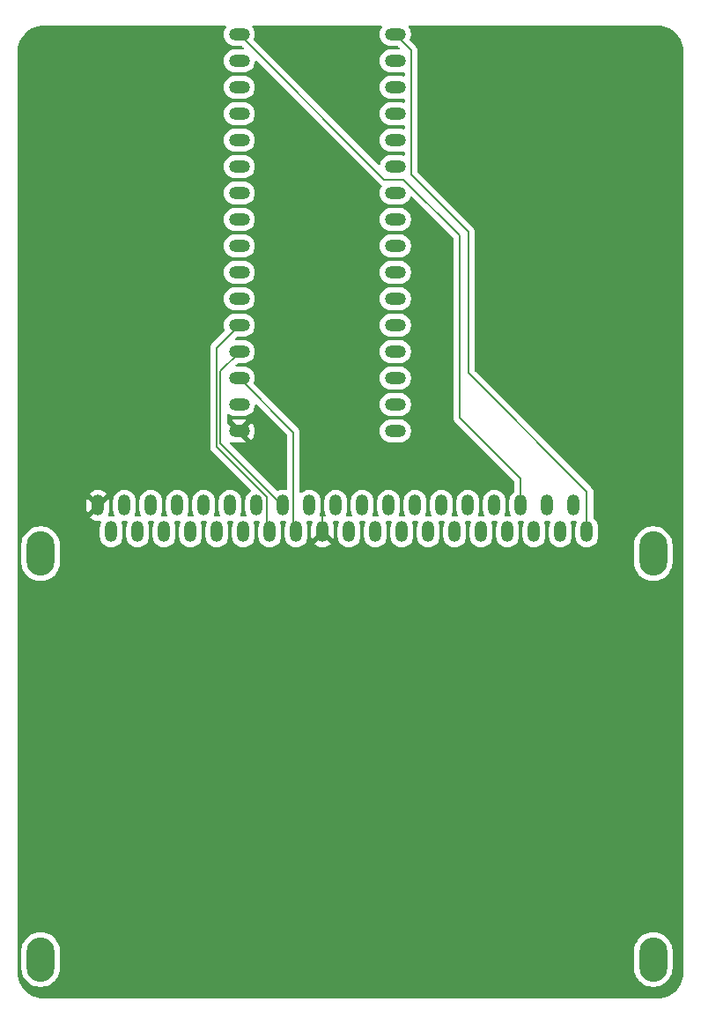
<source format=gbr>
%TF.GenerationSoftware,KiCad,Pcbnew,8.0.0*%
%TF.CreationDate,2024-02-25T21:16:28-08:00*%
%TF.ProjectId,HuCard-TL866,48754361-7264-42d5-944c-3836362e6b69,rev?*%
%TF.SameCoordinates,Original*%
%TF.FileFunction,Copper,L2,Bot*%
%TF.FilePolarity,Positive*%
%FSLAX46Y46*%
G04 Gerber Fmt 4.6, Leading zero omitted, Abs format (unit mm)*
G04 Created by KiCad (PCBNEW 8.0.0) date 2024-02-25 21:16:28*
%MOMM*%
%LPD*%
G01*
G04 APERTURE LIST*
%TA.AperFunction,ComponentPad*%
%ADD10O,2.700000X4.250000*%
%TD*%
%TA.AperFunction,ComponentPad*%
%ADD11O,1.200000X2.000000*%
%TD*%
%TA.AperFunction,ComponentPad*%
%ADD12O,2.000000X1.200000*%
%TD*%
%TA.AperFunction,ViaPad*%
%ADD13C,0.600000*%
%TD*%
%TA.AperFunction,Conductor*%
%ADD14C,0.200000*%
%TD*%
G04 APERTURE END LIST*
D10*
%TO.P,J2,0*%
%TO.N,N/C*%
X79600000Y-118750000D03*
X79600000Y-79750000D03*
X20700000Y-118750000D03*
X20700000Y-79750000D03*
D11*
%TO.P,J2,1,Pin_1*%
%TO.N,/VCC*%
X73220000Y-77650000D03*
%TO.P,J2,2,Pin_2*%
%TO.N,unconnected-(J2-Pin_2-Pad2)*%
X71950000Y-75110000D03*
%TO.P,J2,3,Pin_3*%
%TO.N,unconnected-(J2-Pin_3-Pad3)*%
X70680000Y-77650000D03*
%TO.P,J2,4,Pin_4*%
%TO.N,unconnected-(J2-Pin_4-Pad4)*%
X69410000Y-75110000D03*
%TO.P,J2,5,Pin_5*%
%TO.N,/WE*%
X68140000Y-77650000D03*
%TO.P,J2,6,Pin_6*%
%TO.N,/A18*%
X66870000Y-75110000D03*
%TO.P,J2,7,Pin_7*%
%TO.N,/A17*%
X65600000Y-77650000D03*
%TO.P,J2,8,Pin_8*%
%TO.N,/A14*%
X64330000Y-75110000D03*
%TO.P,J2,9,Pin_9*%
%TO.N,/A13*%
X63060000Y-77650000D03*
%TO.P,J2,10,Pin_10*%
%TO.N,/A8*%
X61790000Y-75110000D03*
%TO.P,J2,11,Pin_11*%
%TO.N,/A9*%
X60520000Y-77650000D03*
%TO.P,J2,12,Pin_12*%
%TO.N,/A11*%
X59250000Y-75110000D03*
%TO.P,J2,13,Pin_13*%
%TO.N,/OE*%
X57980000Y-77650000D03*
%TO.P,J2,14,Pin_14*%
%TO.N,/A10*%
X56710000Y-75110000D03*
%TO.P,J2,15,Pin_15*%
%TO.N,/CE*%
X55440000Y-77650000D03*
%TO.P,J2,16,Pin_16*%
%TO.N,/DQ7*%
X54170000Y-75110000D03*
%TO.P,J2,17,Pin_17*%
%TO.N,/DQ6*%
X52900000Y-77650000D03*
%TO.P,J2,18,Pin_18*%
%TO.N,/DQ5*%
X51630000Y-75110000D03*
%TO.P,J2,19,Pin_19*%
%TO.N,/DQ4*%
X50360000Y-77650000D03*
%TO.P,J2,20,Pin_20*%
%TO.N,/DQ3*%
X49090000Y-75110000D03*
%TO.P,J2,21,Pin_21*%
%TO.N,/GND*%
X47820000Y-77650000D03*
%TO.P,J2,22,Pin_22*%
%TO.N,/DQ2*%
X46550000Y-75110000D03*
%TO.P,J2,23,Pin_23*%
%TO.N,/DQ1*%
X45280000Y-77650000D03*
%TO.P,J2,24,Pin_24*%
%TO.N,/DQ0*%
X44010000Y-75110000D03*
%TO.P,J2,25,Pin_25*%
%TO.N,/A0*%
X42740000Y-77650000D03*
%TO.P,J2,26,Pin_26*%
%TO.N,/A1*%
X41470000Y-75110000D03*
%TO.P,J2,27,Pin_27*%
%TO.N,/A2*%
X40200000Y-77650000D03*
%TO.P,J2,28,Pin_28*%
%TO.N,/A3*%
X38930000Y-75110000D03*
%TO.P,J2,29,Pin_29*%
%TO.N,/A4*%
X37660000Y-77650000D03*
%TO.P,J2,30,Pin_30*%
%TO.N,/A5*%
X36390000Y-75110000D03*
%TO.P,J2,31,Pin_31*%
%TO.N,/A6*%
X35120000Y-77650000D03*
%TO.P,J2,32,Pin_32*%
%TO.N,/A7*%
X33850000Y-75110000D03*
%TO.P,J2,33,Pin_33*%
%TO.N,/A12*%
X32580000Y-77650000D03*
%TO.P,J2,34,Pin_34*%
%TO.N,/A15*%
X31310000Y-75110000D03*
%TO.P,J2,35,Pin_35*%
%TO.N,/A16*%
X30040000Y-77650000D03*
%TO.P,J2,36,Pin_36*%
%TO.N,unconnected-(J2-Pin_36-Pad36)*%
X28770000Y-75110000D03*
%TO.P,J2,37,Pin_37*%
%TO.N,unconnected-(J2-Pin_37-Pad37)*%
X27500000Y-77650000D03*
%TO.P,J2,38,Pin_38*%
%TO.N,/GND*%
X26230000Y-75110000D03*
%TD*%
D12*
%TO.P,J1,1,Pin_1*%
%TO.N,/A18*%
X39800000Y-29870000D03*
%TO.P,J1,2,Pin_2*%
%TO.N,/A16*%
X39800000Y-32410000D03*
%TO.P,J1,3,Pin_3*%
%TO.N,/A15*%
X39800000Y-34950000D03*
%TO.P,J1,4,Pin_4*%
%TO.N,/A12*%
X39800000Y-37490000D03*
%TO.P,J1,5,Pin_5*%
%TO.N,/A7*%
X39800000Y-40030000D03*
%TO.P,J1,6,Pin_6*%
%TO.N,/A6*%
X39800000Y-42570000D03*
%TO.P,J1,7,Pin_7*%
%TO.N,/A5*%
X39800000Y-45110000D03*
%TO.P,J1,8,Pin_8*%
%TO.N,/A4*%
X39800000Y-47650000D03*
%TO.P,J1,9,Pin_9*%
%TO.N,/A3*%
X39800000Y-50190000D03*
%TO.P,J1,10,Pin_10*%
%TO.N,/A2*%
X39800000Y-52730000D03*
%TO.P,J1,11,Pin_11*%
%TO.N,/A1*%
X39800000Y-55270000D03*
%TO.P,J1,12,Pin_12*%
%TO.N,/A0*%
X39800000Y-57810000D03*
%TO.P,J1,13,Pin_13*%
%TO.N,/DQ0*%
X39800000Y-60350000D03*
%TO.P,J1,14,Pin_14*%
%TO.N,/DQ1*%
X39800000Y-62890000D03*
%TO.P,J1,15,Pin_15*%
%TO.N,/DQ2*%
X39800000Y-65430000D03*
%TO.P,J1,16,Pin_16*%
%TO.N,/GND*%
X39800000Y-67970000D03*
%TO.P,J1,17,Pin_17*%
%TO.N,/DQ3*%
X54800000Y-67970000D03*
%TO.P,J1,18,Pin_18*%
%TO.N,/DQ4*%
X54800000Y-65430000D03*
%TO.P,J1,19,Pin_19*%
%TO.N,/DQ5*%
X54800000Y-62890000D03*
%TO.P,J1,20,Pin_20*%
%TO.N,/DQ6*%
X54800000Y-60350000D03*
%TO.P,J1,21,Pin_21*%
%TO.N,/DQ7*%
X54800000Y-57810000D03*
%TO.P,J1,22,Pin_22*%
%TO.N,/CE*%
X54800000Y-55270000D03*
%TO.P,J1,23,Pin_23*%
%TO.N,/A10*%
X54800000Y-52730000D03*
%TO.P,J1,24,Pin_24*%
%TO.N,/OE*%
X54800000Y-50190000D03*
%TO.P,J1,25,Pin_25*%
%TO.N,/A11*%
X54800000Y-47650000D03*
%TO.P,J1,26,Pin_26*%
%TO.N,/A9*%
X54800000Y-45110000D03*
%TO.P,J1,27,Pin_27*%
%TO.N,/A8*%
X54800000Y-42570000D03*
%TO.P,J1,28,Pin_28*%
%TO.N,/A13*%
X54800000Y-40030000D03*
%TO.P,J1,29,Pin_29*%
%TO.N,/A14*%
X54800000Y-37490000D03*
%TO.P,J1,30,Pin_30*%
%TO.N,/A17*%
X54800000Y-34950000D03*
%TO.P,J1,31,Pin_31*%
%TO.N,/WE*%
X54800000Y-32410000D03*
%TO.P,J1,32,Pin_32*%
%TO.N,/VCC*%
X54800000Y-29870000D03*
%TD*%
D13*
%TO.N,/GND*%
X77700000Y-68100000D03*
X45000000Y-57500000D03*
X49387807Y-33366241D03*
X22000000Y-52500000D03*
X27000000Y-44600000D03*
X73900000Y-55800000D03*
X45000000Y-41500000D03*
X49500000Y-48000000D03*
X49000000Y-63500000D03*
X27000000Y-57500000D03*
X21500000Y-65500000D03*
X77700000Y-46500000D03*
%TD*%
D14*
%TO.N,/A18*%
X66870000Y-72570000D02*
X66870000Y-75110000D01*
X61000000Y-49200000D02*
X55600000Y-43800000D01*
X61000000Y-66700000D02*
X61000000Y-49200000D01*
X66610000Y-72310000D02*
X61000000Y-66700000D01*
X55600000Y-43800000D02*
X53730000Y-43800000D01*
X66610000Y-72310000D02*
X66870000Y-72570000D01*
X53730000Y-43800000D02*
X39800000Y-29870000D01*
%TO.N,/DQ1*%
X39800000Y-62890000D02*
X39800000Y-62900000D01*
X45020000Y-68120000D02*
X45020000Y-77420000D01*
X39800000Y-62900000D02*
X45020000Y-68120000D01*
%TO.N,/DQ0*%
X38000000Y-69129999D02*
X38000000Y-62200000D01*
X39800000Y-60400000D02*
X39800000Y-60350000D01*
X38000000Y-62200000D02*
X39800000Y-60400000D01*
X43750000Y-74879999D02*
X38000000Y-69129999D01*
%TO.N,/A0*%
X42480000Y-74345686D02*
X37600000Y-69465686D01*
X37600000Y-69465686D02*
X37600000Y-60010000D01*
X42480000Y-77420000D02*
X42480000Y-74345686D01*
X37600000Y-60010000D02*
X39800000Y-57810000D01*
%TO.N,/GND*%
X47820000Y-77650000D02*
X47820000Y-64680000D01*
X47820000Y-64680000D02*
X49000000Y-63500000D01*
%TO.N,/VCC*%
X56300000Y-31370000D02*
X54800000Y-29870000D01*
X61800000Y-62400000D02*
X61800000Y-48800000D01*
X56300000Y-43300000D02*
X56300000Y-31370000D01*
X73220000Y-73820000D02*
X61800000Y-62400000D01*
X61800000Y-48800000D02*
X56300000Y-43300000D01*
X73220000Y-77650000D02*
X73220000Y-73820000D01*
%TD*%
%TA.AperFunction,Conductor*%
%TO.N,/GND*%
G36*
X38495111Y-29020185D02*
G01*
X38540866Y-29072989D01*
X38550810Y-29142147D01*
X38528390Y-29197386D01*
X38458768Y-29293211D01*
X38380128Y-29447552D01*
X38326597Y-29612302D01*
X38299500Y-29783389D01*
X38299500Y-29956610D01*
X38320078Y-30086540D01*
X38326598Y-30127701D01*
X38380127Y-30292445D01*
X38458768Y-30446788D01*
X38560586Y-30586928D01*
X38683072Y-30709414D01*
X38823212Y-30811232D01*
X38977555Y-30889873D01*
X39142299Y-30943402D01*
X39313389Y-30970500D01*
X39999903Y-30970500D01*
X40066942Y-30990185D01*
X40087584Y-31006819D01*
X40178584Y-31097819D01*
X40212069Y-31159142D01*
X40207085Y-31228834D01*
X40165213Y-31284767D01*
X40099749Y-31309184D01*
X40090903Y-31309500D01*
X39313389Y-31309500D01*
X39273728Y-31315781D01*
X39142302Y-31336597D01*
X38977552Y-31390128D01*
X38823211Y-31468768D01*
X38743256Y-31526859D01*
X38683072Y-31570586D01*
X38683070Y-31570588D01*
X38683069Y-31570588D01*
X38560588Y-31693069D01*
X38560588Y-31693070D01*
X38560586Y-31693072D01*
X38516859Y-31753256D01*
X38458768Y-31833211D01*
X38380128Y-31987552D01*
X38326597Y-32152302D01*
X38299500Y-32323389D01*
X38299500Y-32496611D01*
X38326598Y-32667701D01*
X38380127Y-32832445D01*
X38458768Y-32986788D01*
X38560586Y-33126928D01*
X38683072Y-33249414D01*
X38823212Y-33351232D01*
X38977555Y-33429873D01*
X39142299Y-33483402D01*
X39313389Y-33510500D01*
X39313390Y-33510500D01*
X40286610Y-33510500D01*
X40286611Y-33510500D01*
X40457701Y-33483402D01*
X40622445Y-33429873D01*
X40776788Y-33351232D01*
X40916928Y-33249414D01*
X41039414Y-33126928D01*
X41141232Y-32986788D01*
X41219873Y-32832445D01*
X41273402Y-32667701D01*
X41300286Y-32497957D01*
X41330215Y-32434824D01*
X41389526Y-32397892D01*
X41459389Y-32398890D01*
X41510440Y-32429675D01*
X53245139Y-44164374D01*
X53245149Y-44164385D01*
X53361285Y-44280521D01*
X53440032Y-44325984D01*
X53488248Y-44376551D01*
X53501472Y-44445158D01*
X53478352Y-44506257D01*
X53458767Y-44533212D01*
X53380128Y-44687552D01*
X53326597Y-44852302D01*
X53299500Y-45023389D01*
X53299500Y-45196611D01*
X53326598Y-45367701D01*
X53380127Y-45532445D01*
X53458768Y-45686788D01*
X53560586Y-45826928D01*
X53683072Y-45949414D01*
X53823212Y-46051232D01*
X53977555Y-46129873D01*
X54142299Y-46183402D01*
X54313389Y-46210500D01*
X54313390Y-46210500D01*
X55286610Y-46210500D01*
X55286611Y-46210500D01*
X55457701Y-46183402D01*
X55622445Y-46129873D01*
X55776788Y-46051232D01*
X55916928Y-45949414D01*
X56039414Y-45826928D01*
X56141232Y-45686788D01*
X56219873Y-45532445D01*
X56221923Y-45526134D01*
X56261356Y-45468461D01*
X56325713Y-45441260D01*
X56394560Y-45453171D01*
X56427535Y-45476770D01*
X60363181Y-49412416D01*
X60396666Y-49473739D01*
X60399500Y-49500097D01*
X60399500Y-66613330D01*
X60399499Y-66613348D01*
X60399499Y-66779054D01*
X60399498Y-66779054D01*
X60399499Y-66779057D01*
X60423867Y-66870000D01*
X60440423Y-66931784D01*
X60440424Y-66931787D01*
X60451012Y-66950127D01*
X60451013Y-66950128D01*
X60519475Y-67068709D01*
X60519481Y-67068717D01*
X60638349Y-67187585D01*
X60638355Y-67187590D01*
X66233181Y-72782416D01*
X66266666Y-72843739D01*
X66269500Y-72870097D01*
X66269500Y-73722814D01*
X66249815Y-73789853D01*
X66218387Y-73823131D01*
X66153072Y-73870585D01*
X66030588Y-73993069D01*
X66030588Y-73993070D01*
X66030586Y-73993072D01*
X65986859Y-74053256D01*
X65928768Y-74133211D01*
X65850128Y-74287552D01*
X65796597Y-74452302D01*
X65769500Y-74623389D01*
X65769500Y-75596610D01*
X65796597Y-75767697D01*
X65850129Y-75932450D01*
X65874299Y-75979888D01*
X65887195Y-76048558D01*
X65860918Y-76113298D01*
X65803811Y-76153554D01*
X65744418Y-76158655D01*
X65686611Y-76149500D01*
X65513389Y-76149500D01*
X65455581Y-76158655D01*
X65386288Y-76149700D01*
X65332837Y-76104703D01*
X65312198Y-76037951D01*
X65325700Y-75979887D01*
X65349873Y-75932445D01*
X65403402Y-75767701D01*
X65430500Y-75596611D01*
X65430500Y-74623389D01*
X65403402Y-74452299D01*
X65349873Y-74287555D01*
X65271232Y-74133212D01*
X65169414Y-73993072D01*
X65046928Y-73870586D01*
X64906788Y-73768768D01*
X64752445Y-73690127D01*
X64587701Y-73636598D01*
X64587699Y-73636597D01*
X64587698Y-73636597D01*
X64456271Y-73615781D01*
X64416611Y-73609500D01*
X64243389Y-73609500D01*
X64203728Y-73615781D01*
X64072302Y-73636597D01*
X63907552Y-73690128D01*
X63753211Y-73768768D01*
X63720352Y-73792642D01*
X63613072Y-73870586D01*
X63613070Y-73870588D01*
X63613069Y-73870588D01*
X63490588Y-73993069D01*
X63490588Y-73993070D01*
X63490586Y-73993072D01*
X63446859Y-74053256D01*
X63388768Y-74133211D01*
X63310128Y-74287552D01*
X63256597Y-74452302D01*
X63229500Y-74623389D01*
X63229500Y-75596610D01*
X63256597Y-75767697D01*
X63310129Y-75932450D01*
X63334299Y-75979888D01*
X63347195Y-76048558D01*
X63320918Y-76113298D01*
X63263811Y-76153554D01*
X63204418Y-76158655D01*
X63146611Y-76149500D01*
X62973389Y-76149500D01*
X62915581Y-76158655D01*
X62846288Y-76149700D01*
X62792837Y-76104703D01*
X62772198Y-76037951D01*
X62785700Y-75979887D01*
X62809873Y-75932445D01*
X62863402Y-75767701D01*
X62890500Y-75596611D01*
X62890500Y-74623389D01*
X62863402Y-74452299D01*
X62809873Y-74287555D01*
X62731232Y-74133212D01*
X62629414Y-73993072D01*
X62506928Y-73870586D01*
X62366788Y-73768768D01*
X62212445Y-73690127D01*
X62047701Y-73636598D01*
X62047699Y-73636597D01*
X62047698Y-73636597D01*
X61916271Y-73615781D01*
X61876611Y-73609500D01*
X61703389Y-73609500D01*
X61663728Y-73615781D01*
X61532302Y-73636597D01*
X61367552Y-73690128D01*
X61213211Y-73768768D01*
X61180352Y-73792642D01*
X61073072Y-73870586D01*
X61073070Y-73870588D01*
X61073069Y-73870588D01*
X60950588Y-73993069D01*
X60950588Y-73993070D01*
X60950586Y-73993072D01*
X60906859Y-74053256D01*
X60848768Y-74133211D01*
X60770128Y-74287552D01*
X60716597Y-74452302D01*
X60689500Y-74623389D01*
X60689500Y-75596610D01*
X60716597Y-75767697D01*
X60770129Y-75932450D01*
X60794299Y-75979888D01*
X60807195Y-76048558D01*
X60780918Y-76113298D01*
X60723811Y-76153554D01*
X60664418Y-76158655D01*
X60606611Y-76149500D01*
X60433389Y-76149500D01*
X60375581Y-76158655D01*
X60306288Y-76149700D01*
X60252837Y-76104703D01*
X60232198Y-76037951D01*
X60245700Y-75979887D01*
X60269873Y-75932445D01*
X60323402Y-75767701D01*
X60350500Y-75596611D01*
X60350500Y-74623389D01*
X60323402Y-74452299D01*
X60269873Y-74287555D01*
X60191232Y-74133212D01*
X60089414Y-73993072D01*
X59966928Y-73870586D01*
X59826788Y-73768768D01*
X59672445Y-73690127D01*
X59507701Y-73636598D01*
X59507699Y-73636597D01*
X59507698Y-73636597D01*
X59376271Y-73615781D01*
X59336611Y-73609500D01*
X59163389Y-73609500D01*
X59123728Y-73615781D01*
X58992302Y-73636597D01*
X58827552Y-73690128D01*
X58673211Y-73768768D01*
X58640352Y-73792642D01*
X58533072Y-73870586D01*
X58533070Y-73870588D01*
X58533069Y-73870588D01*
X58410588Y-73993069D01*
X58410588Y-73993070D01*
X58410586Y-73993072D01*
X58366859Y-74053256D01*
X58308768Y-74133211D01*
X58230128Y-74287552D01*
X58176597Y-74452302D01*
X58149500Y-74623389D01*
X58149500Y-75596610D01*
X58176597Y-75767697D01*
X58230129Y-75932450D01*
X58254299Y-75979888D01*
X58267195Y-76048558D01*
X58240918Y-76113298D01*
X58183811Y-76153554D01*
X58124418Y-76158655D01*
X58066611Y-76149500D01*
X57893389Y-76149500D01*
X57835581Y-76158655D01*
X57766288Y-76149700D01*
X57712837Y-76104703D01*
X57692198Y-76037951D01*
X57705700Y-75979887D01*
X57729873Y-75932445D01*
X57783402Y-75767701D01*
X57810500Y-75596611D01*
X57810500Y-74623389D01*
X57783402Y-74452299D01*
X57729873Y-74287555D01*
X57651232Y-74133212D01*
X57549414Y-73993072D01*
X57426928Y-73870586D01*
X57286788Y-73768768D01*
X57132445Y-73690127D01*
X56967701Y-73636598D01*
X56967699Y-73636597D01*
X56967698Y-73636597D01*
X56836271Y-73615781D01*
X56796611Y-73609500D01*
X56623389Y-73609500D01*
X56583728Y-73615781D01*
X56452302Y-73636597D01*
X56287552Y-73690128D01*
X56133211Y-73768768D01*
X56100352Y-73792642D01*
X55993072Y-73870586D01*
X55993070Y-73870588D01*
X55993069Y-73870588D01*
X55870588Y-73993069D01*
X55870588Y-73993070D01*
X55870586Y-73993072D01*
X55826859Y-74053256D01*
X55768768Y-74133211D01*
X55690128Y-74287552D01*
X55636597Y-74452302D01*
X55609500Y-74623389D01*
X55609500Y-75596610D01*
X55636597Y-75767697D01*
X55690129Y-75932450D01*
X55714299Y-75979888D01*
X55727195Y-76048558D01*
X55700918Y-76113298D01*
X55643811Y-76153554D01*
X55584418Y-76158655D01*
X55526611Y-76149500D01*
X55353389Y-76149500D01*
X55295581Y-76158655D01*
X55226288Y-76149700D01*
X55172837Y-76104703D01*
X55152198Y-76037951D01*
X55165700Y-75979887D01*
X55189873Y-75932445D01*
X55243402Y-75767701D01*
X55270500Y-75596611D01*
X55270500Y-74623389D01*
X55243402Y-74452299D01*
X55189873Y-74287555D01*
X55111232Y-74133212D01*
X55009414Y-73993072D01*
X54886928Y-73870586D01*
X54746788Y-73768768D01*
X54592445Y-73690127D01*
X54427701Y-73636598D01*
X54427699Y-73636597D01*
X54427698Y-73636597D01*
X54296271Y-73615781D01*
X54256611Y-73609500D01*
X54083389Y-73609500D01*
X54043728Y-73615781D01*
X53912302Y-73636597D01*
X53747552Y-73690128D01*
X53593211Y-73768768D01*
X53560352Y-73792642D01*
X53453072Y-73870586D01*
X53453070Y-73870588D01*
X53453069Y-73870588D01*
X53330588Y-73993069D01*
X53330588Y-73993070D01*
X53330586Y-73993072D01*
X53286859Y-74053256D01*
X53228768Y-74133211D01*
X53150128Y-74287552D01*
X53096597Y-74452302D01*
X53069500Y-74623389D01*
X53069500Y-75596610D01*
X53096597Y-75767697D01*
X53150129Y-75932450D01*
X53174299Y-75979888D01*
X53187195Y-76048558D01*
X53160918Y-76113298D01*
X53103811Y-76153554D01*
X53044418Y-76158655D01*
X52986611Y-76149500D01*
X52813389Y-76149500D01*
X52755581Y-76158655D01*
X52686288Y-76149700D01*
X52632837Y-76104703D01*
X52612198Y-76037951D01*
X52625700Y-75979887D01*
X52649873Y-75932445D01*
X52703402Y-75767701D01*
X52730500Y-75596611D01*
X52730500Y-74623389D01*
X52703402Y-74452299D01*
X52649873Y-74287555D01*
X52571232Y-74133212D01*
X52469414Y-73993072D01*
X52346928Y-73870586D01*
X52206788Y-73768768D01*
X52052445Y-73690127D01*
X51887701Y-73636598D01*
X51887699Y-73636597D01*
X51887698Y-73636597D01*
X51756271Y-73615781D01*
X51716611Y-73609500D01*
X51543389Y-73609500D01*
X51503728Y-73615781D01*
X51372302Y-73636597D01*
X51207552Y-73690128D01*
X51053211Y-73768768D01*
X51020352Y-73792642D01*
X50913072Y-73870586D01*
X50913070Y-73870588D01*
X50913069Y-73870588D01*
X50790588Y-73993069D01*
X50790588Y-73993070D01*
X50790586Y-73993072D01*
X50746859Y-74053256D01*
X50688768Y-74133211D01*
X50610128Y-74287552D01*
X50556597Y-74452302D01*
X50529500Y-74623389D01*
X50529500Y-75596610D01*
X50556597Y-75767697D01*
X50610129Y-75932450D01*
X50634299Y-75979888D01*
X50647195Y-76048558D01*
X50620918Y-76113298D01*
X50563811Y-76153554D01*
X50504418Y-76158655D01*
X50446611Y-76149500D01*
X50273389Y-76149500D01*
X50215581Y-76158655D01*
X50146288Y-76149700D01*
X50092837Y-76104703D01*
X50072198Y-76037951D01*
X50085700Y-75979887D01*
X50109873Y-75932445D01*
X50163402Y-75767701D01*
X50190500Y-75596611D01*
X50190500Y-74623389D01*
X50163402Y-74452299D01*
X50109873Y-74287555D01*
X50031232Y-74133212D01*
X49929414Y-73993072D01*
X49806928Y-73870586D01*
X49666788Y-73768768D01*
X49512445Y-73690127D01*
X49347701Y-73636598D01*
X49347699Y-73636597D01*
X49347698Y-73636597D01*
X49216271Y-73615781D01*
X49176611Y-73609500D01*
X49003389Y-73609500D01*
X48963728Y-73615781D01*
X48832302Y-73636597D01*
X48667552Y-73690128D01*
X48513211Y-73768768D01*
X48480352Y-73792642D01*
X48373072Y-73870586D01*
X48373070Y-73870588D01*
X48373069Y-73870588D01*
X48250588Y-73993069D01*
X48250588Y-73993070D01*
X48250586Y-73993072D01*
X48206859Y-74053256D01*
X48148768Y-74133211D01*
X48070128Y-74287552D01*
X48016597Y-74452302D01*
X47989500Y-74623389D01*
X47989500Y-75596610D01*
X48016597Y-75767697D01*
X48070129Y-75932450D01*
X48094580Y-75980439D01*
X48107476Y-76049108D01*
X48081199Y-76113849D01*
X48024092Y-76154105D01*
X47964698Y-76159206D01*
X47906572Y-76150000D01*
X47733428Y-76150000D01*
X47675301Y-76159206D01*
X47606008Y-76150251D01*
X47552556Y-76105255D01*
X47531917Y-76038503D01*
X47545420Y-75980437D01*
X47569871Y-75932449D01*
X47569872Y-75932447D01*
X47569873Y-75932445D01*
X47623402Y-75767701D01*
X47650500Y-75596611D01*
X47650500Y-74623389D01*
X47623402Y-74452299D01*
X47569873Y-74287555D01*
X47491232Y-74133212D01*
X47389414Y-73993072D01*
X47266928Y-73870586D01*
X47126788Y-73768768D01*
X46972445Y-73690127D01*
X46807701Y-73636598D01*
X46807699Y-73636597D01*
X46807698Y-73636597D01*
X46676271Y-73615781D01*
X46636611Y-73609500D01*
X46463389Y-73609500D01*
X46423728Y-73615781D01*
X46292302Y-73636597D01*
X46127552Y-73690128D01*
X45973211Y-73768768D01*
X45940352Y-73792642D01*
X45833072Y-73870586D01*
X45833070Y-73870588D01*
X45833069Y-73870588D01*
X45832181Y-73871477D01*
X45831760Y-73871706D01*
X45829368Y-73873750D01*
X45828938Y-73873247D01*
X45770858Y-73904962D01*
X45701166Y-73899978D01*
X45645233Y-73858106D01*
X45620816Y-73792642D01*
X45620500Y-73783796D01*
X45620500Y-68209060D01*
X45620501Y-68209047D01*
X45620501Y-68056610D01*
X53299500Y-68056610D01*
X53323645Y-68209060D01*
X53326598Y-68227701D01*
X53380127Y-68392445D01*
X53458768Y-68546788D01*
X53560586Y-68686928D01*
X53683072Y-68809414D01*
X53823212Y-68911232D01*
X53977555Y-68989873D01*
X54142299Y-69043402D01*
X54313389Y-69070500D01*
X54313390Y-69070500D01*
X55286610Y-69070500D01*
X55286611Y-69070500D01*
X55457701Y-69043402D01*
X55622445Y-68989873D01*
X55776788Y-68911232D01*
X55916928Y-68809414D01*
X56039414Y-68686928D01*
X56141232Y-68546788D01*
X56219873Y-68392445D01*
X56273402Y-68227701D01*
X56300500Y-68056611D01*
X56300500Y-67883389D01*
X56273402Y-67712299D01*
X56219873Y-67547555D01*
X56141232Y-67393212D01*
X56039414Y-67253072D01*
X55916928Y-67130586D01*
X55776788Y-67028768D01*
X55622445Y-66950127D01*
X55457701Y-66896598D01*
X55457699Y-66896597D01*
X55457698Y-66896597D01*
X55326271Y-66875781D01*
X55286611Y-66869500D01*
X54313389Y-66869500D01*
X54273728Y-66875781D01*
X54142302Y-66896597D01*
X54142299Y-66896598D01*
X54034009Y-66931784D01*
X53977552Y-66950128D01*
X53823211Y-67028768D01*
X53768238Y-67068709D01*
X53683072Y-67130586D01*
X53683070Y-67130588D01*
X53683069Y-67130588D01*
X53560588Y-67253069D01*
X53560588Y-67253070D01*
X53560586Y-67253072D01*
X53560350Y-67253397D01*
X53458768Y-67393211D01*
X53380128Y-67547552D01*
X53326597Y-67712302D01*
X53299500Y-67883389D01*
X53299500Y-68056610D01*
X45620501Y-68056610D01*
X45620501Y-68040945D01*
X45620501Y-68040943D01*
X45579577Y-67888215D01*
X45500520Y-67751284D01*
X43265845Y-65516610D01*
X53299500Y-65516610D01*
X53326597Y-65687697D01*
X53326597Y-65687699D01*
X53326598Y-65687701D01*
X53380127Y-65852445D01*
X53458768Y-66006788D01*
X53560586Y-66146928D01*
X53683072Y-66269414D01*
X53823212Y-66371232D01*
X53977555Y-66449873D01*
X54142299Y-66503402D01*
X54313389Y-66530500D01*
X54313390Y-66530500D01*
X55286610Y-66530500D01*
X55286611Y-66530500D01*
X55457701Y-66503402D01*
X55622445Y-66449873D01*
X55776788Y-66371232D01*
X55916928Y-66269414D01*
X56039414Y-66146928D01*
X56141232Y-66006788D01*
X56219873Y-65852445D01*
X56273402Y-65687701D01*
X56300500Y-65516611D01*
X56300500Y-65343389D01*
X56273402Y-65172299D01*
X56219873Y-65007555D01*
X56141232Y-64853212D01*
X56039414Y-64713072D01*
X55916928Y-64590586D01*
X55776788Y-64488768D01*
X55622445Y-64410127D01*
X55457701Y-64356598D01*
X55457699Y-64356597D01*
X55457698Y-64356597D01*
X55326271Y-64335781D01*
X55286611Y-64329500D01*
X54313389Y-64329500D01*
X54273728Y-64335781D01*
X54142302Y-64356597D01*
X53977552Y-64410128D01*
X53823211Y-64488768D01*
X53743256Y-64546859D01*
X53683072Y-64590586D01*
X53683070Y-64590588D01*
X53683069Y-64590588D01*
X53560588Y-64713069D01*
X53560588Y-64713070D01*
X53560586Y-64713072D01*
X53516859Y-64773256D01*
X53458768Y-64853211D01*
X53380128Y-65007552D01*
X53326597Y-65172302D01*
X53299500Y-65343389D01*
X53299500Y-65516610D01*
X43265845Y-65516610D01*
X41230179Y-63480944D01*
X41196695Y-63419622D01*
X41201679Y-63349930D01*
X41207372Y-63336978D01*
X41219873Y-63312445D01*
X41273402Y-63147701D01*
X41300500Y-62976611D01*
X53299500Y-62976611D01*
X53326598Y-63147701D01*
X53380127Y-63312445D01*
X53458768Y-63466788D01*
X53560586Y-63606928D01*
X53683072Y-63729414D01*
X53823212Y-63831232D01*
X53977555Y-63909873D01*
X54142299Y-63963402D01*
X54313389Y-63990500D01*
X54313390Y-63990500D01*
X55286610Y-63990500D01*
X55286611Y-63990500D01*
X55457701Y-63963402D01*
X55622445Y-63909873D01*
X55776788Y-63831232D01*
X55916928Y-63729414D01*
X56039414Y-63606928D01*
X56141232Y-63466788D01*
X56219873Y-63312445D01*
X56273402Y-63147701D01*
X56300500Y-62976611D01*
X56300500Y-62803389D01*
X56273402Y-62632299D01*
X56219873Y-62467555D01*
X56141232Y-62313212D01*
X56039414Y-62173072D01*
X55916928Y-62050586D01*
X55776788Y-61948768D01*
X55622445Y-61870127D01*
X55457701Y-61816598D01*
X55457699Y-61816597D01*
X55457698Y-61816597D01*
X55326271Y-61795781D01*
X55286611Y-61789500D01*
X54313389Y-61789500D01*
X54273728Y-61795781D01*
X54142302Y-61816597D01*
X53977552Y-61870128D01*
X53823211Y-61948768D01*
X53743256Y-62006859D01*
X53683072Y-62050586D01*
X53683070Y-62050588D01*
X53683069Y-62050588D01*
X53560588Y-62173069D01*
X53560588Y-62173070D01*
X53560586Y-62173072D01*
X53516859Y-62233256D01*
X53458768Y-62313211D01*
X53380128Y-62467552D01*
X53326597Y-62632302D01*
X53299500Y-62803389D01*
X53299500Y-62976611D01*
X41300500Y-62976611D01*
X41300500Y-62803389D01*
X41273402Y-62632299D01*
X41219873Y-62467555D01*
X41141232Y-62313212D01*
X41039414Y-62173072D01*
X40916928Y-62050586D01*
X40776788Y-61948768D01*
X40622445Y-61870127D01*
X40457701Y-61816598D01*
X40457699Y-61816597D01*
X40457698Y-61816597D01*
X40326271Y-61795781D01*
X40286611Y-61789500D01*
X39559097Y-61789500D01*
X39492058Y-61769815D01*
X39446303Y-61717011D01*
X39436359Y-61647853D01*
X39465384Y-61584297D01*
X39471416Y-61577819D01*
X39562416Y-61486819D01*
X39623739Y-61453334D01*
X39650097Y-61450500D01*
X40286610Y-61450500D01*
X40286611Y-61450500D01*
X40457701Y-61423402D01*
X40622445Y-61369873D01*
X40776788Y-61291232D01*
X40916928Y-61189414D01*
X41039414Y-61066928D01*
X41141232Y-60926788D01*
X41219873Y-60772445D01*
X41273402Y-60607701D01*
X41300500Y-60436611D01*
X53299500Y-60436611D01*
X53326598Y-60607701D01*
X53380127Y-60772445D01*
X53458768Y-60926788D01*
X53560586Y-61066928D01*
X53683072Y-61189414D01*
X53823212Y-61291232D01*
X53977555Y-61369873D01*
X54142299Y-61423402D01*
X54313389Y-61450500D01*
X54313390Y-61450500D01*
X55286610Y-61450500D01*
X55286611Y-61450500D01*
X55457701Y-61423402D01*
X55622445Y-61369873D01*
X55776788Y-61291232D01*
X55916928Y-61189414D01*
X56039414Y-61066928D01*
X56141232Y-60926788D01*
X56219873Y-60772445D01*
X56273402Y-60607701D01*
X56300500Y-60436611D01*
X56300500Y-60263389D01*
X56273402Y-60092299D01*
X56219873Y-59927555D01*
X56141232Y-59773212D01*
X56039414Y-59633072D01*
X55916928Y-59510586D01*
X55776788Y-59408768D01*
X55622445Y-59330127D01*
X55457701Y-59276598D01*
X55457699Y-59276597D01*
X55457698Y-59276597D01*
X55326271Y-59255781D01*
X55286611Y-59249500D01*
X54313389Y-59249500D01*
X54273728Y-59255781D01*
X54142302Y-59276597D01*
X53977552Y-59330128D01*
X53823211Y-59408768D01*
X53743256Y-59466859D01*
X53683072Y-59510586D01*
X53683070Y-59510588D01*
X53683069Y-59510588D01*
X53560588Y-59633069D01*
X53560588Y-59633070D01*
X53560586Y-59633072D01*
X53554620Y-59641284D01*
X53458768Y-59773211D01*
X53380128Y-59927552D01*
X53326597Y-60092302D01*
X53300237Y-60258735D01*
X53299500Y-60263389D01*
X53299500Y-60436611D01*
X41300500Y-60436611D01*
X41300500Y-60263389D01*
X41273402Y-60092299D01*
X41219873Y-59927555D01*
X41141232Y-59773212D01*
X41039414Y-59633072D01*
X40916928Y-59510586D01*
X40776788Y-59408768D01*
X40622445Y-59330127D01*
X40457701Y-59276598D01*
X40457699Y-59276597D01*
X40457698Y-59276597D01*
X40326271Y-59255781D01*
X40286611Y-59249500D01*
X39509097Y-59249500D01*
X39442058Y-59229815D01*
X39396303Y-59177011D01*
X39386359Y-59107853D01*
X39415384Y-59044297D01*
X39421416Y-59037819D01*
X39512416Y-58946819D01*
X39573739Y-58913334D01*
X39600097Y-58910500D01*
X40286610Y-58910500D01*
X40286611Y-58910500D01*
X40457701Y-58883402D01*
X40622445Y-58829873D01*
X40776788Y-58751232D01*
X40916928Y-58649414D01*
X41039414Y-58526928D01*
X41141232Y-58386788D01*
X41219873Y-58232445D01*
X41273402Y-58067701D01*
X41300500Y-57896611D01*
X53299500Y-57896611D01*
X53326598Y-58067701D01*
X53380127Y-58232445D01*
X53458768Y-58386788D01*
X53560586Y-58526928D01*
X53683072Y-58649414D01*
X53823212Y-58751232D01*
X53977555Y-58829873D01*
X54142299Y-58883402D01*
X54313389Y-58910500D01*
X54313390Y-58910500D01*
X55286610Y-58910500D01*
X55286611Y-58910500D01*
X55457701Y-58883402D01*
X55622445Y-58829873D01*
X55776788Y-58751232D01*
X55916928Y-58649414D01*
X56039414Y-58526928D01*
X56141232Y-58386788D01*
X56219873Y-58232445D01*
X56273402Y-58067701D01*
X56300500Y-57896611D01*
X56300500Y-57723389D01*
X56273402Y-57552299D01*
X56219873Y-57387555D01*
X56141232Y-57233212D01*
X56039414Y-57093072D01*
X55916928Y-56970586D01*
X55776788Y-56868768D01*
X55622445Y-56790127D01*
X55457701Y-56736598D01*
X55457699Y-56736597D01*
X55457698Y-56736597D01*
X55326271Y-56715781D01*
X55286611Y-56709500D01*
X54313389Y-56709500D01*
X54273728Y-56715781D01*
X54142302Y-56736597D01*
X53977552Y-56790128D01*
X53823211Y-56868768D01*
X53743256Y-56926859D01*
X53683072Y-56970586D01*
X53683070Y-56970588D01*
X53683069Y-56970588D01*
X53560588Y-57093069D01*
X53560588Y-57093070D01*
X53560586Y-57093072D01*
X53516859Y-57153256D01*
X53458768Y-57233211D01*
X53380128Y-57387552D01*
X53326597Y-57552302D01*
X53299500Y-57723389D01*
X53299500Y-57896611D01*
X41300500Y-57896611D01*
X41300500Y-57723389D01*
X41273402Y-57552299D01*
X41219873Y-57387555D01*
X41141232Y-57233212D01*
X41039414Y-57093072D01*
X40916928Y-56970586D01*
X40776788Y-56868768D01*
X40622445Y-56790127D01*
X40457701Y-56736598D01*
X40457699Y-56736597D01*
X40457698Y-56736597D01*
X40326271Y-56715781D01*
X40286611Y-56709500D01*
X39313389Y-56709500D01*
X39273728Y-56715781D01*
X39142302Y-56736597D01*
X38977552Y-56790128D01*
X38823211Y-56868768D01*
X38743256Y-56926859D01*
X38683072Y-56970586D01*
X38683070Y-56970588D01*
X38683069Y-56970588D01*
X38560588Y-57093069D01*
X38560588Y-57093070D01*
X38560586Y-57093072D01*
X38516859Y-57153256D01*
X38458768Y-57233211D01*
X38380128Y-57387552D01*
X38326597Y-57552302D01*
X38299500Y-57723389D01*
X38299500Y-57896610D01*
X38326597Y-58067697D01*
X38380126Y-58232442D01*
X38380128Y-58232447D01*
X38389248Y-58250346D01*
X38402143Y-58319015D01*
X38375866Y-58383755D01*
X38366443Y-58394320D01*
X37231286Y-59529478D01*
X37119481Y-59641282D01*
X37119479Y-59641285D01*
X37069361Y-59728094D01*
X37069359Y-59728096D01*
X37040425Y-59778209D01*
X37040424Y-59778210D01*
X37040423Y-59778215D01*
X36999499Y-59930943D01*
X36999499Y-59930945D01*
X36999499Y-60099046D01*
X36999500Y-60099059D01*
X36999500Y-69379016D01*
X36999499Y-69379034D01*
X36999499Y-69544740D01*
X36999498Y-69544740D01*
X37040423Y-69697471D01*
X37059492Y-69730499D01*
X37059491Y-69730499D01*
X37059492Y-69730500D01*
X37119475Y-69834395D01*
X37119481Y-69834403D01*
X37238349Y-69953271D01*
X37238355Y-69953276D01*
X40883588Y-73598509D01*
X40917073Y-73659832D01*
X40912089Y-73729524D01*
X40870217Y-73785457D01*
X40868794Y-73786507D01*
X40753072Y-73870585D01*
X40630588Y-73993069D01*
X40630588Y-73993070D01*
X40630586Y-73993072D01*
X40586859Y-74053256D01*
X40528768Y-74133211D01*
X40450128Y-74287552D01*
X40396597Y-74452302D01*
X40369500Y-74623389D01*
X40369500Y-75596610D01*
X40396597Y-75767697D01*
X40450129Y-75932450D01*
X40474299Y-75979888D01*
X40487195Y-76048558D01*
X40460918Y-76113298D01*
X40403811Y-76153554D01*
X40344418Y-76158655D01*
X40286611Y-76149500D01*
X40113389Y-76149500D01*
X40055581Y-76158655D01*
X39986288Y-76149700D01*
X39932837Y-76104703D01*
X39912198Y-76037951D01*
X39925700Y-75979887D01*
X39949873Y-75932445D01*
X40003402Y-75767701D01*
X40030500Y-75596611D01*
X40030500Y-74623389D01*
X40003402Y-74452299D01*
X39949873Y-74287555D01*
X39871232Y-74133212D01*
X39769414Y-73993072D01*
X39646928Y-73870586D01*
X39506788Y-73768768D01*
X39352445Y-73690127D01*
X39187701Y-73636598D01*
X39187699Y-73636597D01*
X39187698Y-73636597D01*
X39056271Y-73615781D01*
X39016611Y-73609500D01*
X38843389Y-73609500D01*
X38803728Y-73615781D01*
X38672302Y-73636597D01*
X38507552Y-73690128D01*
X38353211Y-73768768D01*
X38320352Y-73792642D01*
X38213072Y-73870586D01*
X38213070Y-73870588D01*
X38213069Y-73870588D01*
X38090588Y-73993069D01*
X38090588Y-73993070D01*
X38090586Y-73993072D01*
X38046859Y-74053256D01*
X37988768Y-74133211D01*
X37910128Y-74287552D01*
X37856597Y-74452302D01*
X37829500Y-74623389D01*
X37829500Y-75596610D01*
X37856597Y-75767697D01*
X37910129Y-75932450D01*
X37934299Y-75979888D01*
X37947195Y-76048558D01*
X37920918Y-76113298D01*
X37863811Y-76153554D01*
X37804418Y-76158655D01*
X37746611Y-76149500D01*
X37573389Y-76149500D01*
X37515581Y-76158655D01*
X37446288Y-76149700D01*
X37392837Y-76104703D01*
X37372198Y-76037951D01*
X37385700Y-75979887D01*
X37409873Y-75932445D01*
X37463402Y-75767701D01*
X37490500Y-75596611D01*
X37490500Y-74623389D01*
X37463402Y-74452299D01*
X37409873Y-74287555D01*
X37331232Y-74133212D01*
X37229414Y-73993072D01*
X37106928Y-73870586D01*
X36966788Y-73768768D01*
X36812445Y-73690127D01*
X36647701Y-73636598D01*
X36647699Y-73636597D01*
X36647698Y-73636597D01*
X36516271Y-73615781D01*
X36476611Y-73609500D01*
X36303389Y-73609500D01*
X36263728Y-73615781D01*
X36132302Y-73636597D01*
X35967552Y-73690128D01*
X35813211Y-73768768D01*
X35780352Y-73792642D01*
X35673072Y-73870586D01*
X35673070Y-73870588D01*
X35673069Y-73870588D01*
X35550588Y-73993069D01*
X35550588Y-73993070D01*
X35550586Y-73993072D01*
X35506859Y-74053256D01*
X35448768Y-74133211D01*
X35370128Y-74287552D01*
X35316597Y-74452302D01*
X35289500Y-74623389D01*
X35289500Y-75596610D01*
X35316597Y-75767697D01*
X35370129Y-75932450D01*
X35394299Y-75979888D01*
X35407195Y-76048558D01*
X35380918Y-76113298D01*
X35323811Y-76153554D01*
X35264418Y-76158655D01*
X35206611Y-76149500D01*
X35033389Y-76149500D01*
X34975581Y-76158655D01*
X34906288Y-76149700D01*
X34852837Y-76104703D01*
X34832198Y-76037951D01*
X34845700Y-75979887D01*
X34869873Y-75932445D01*
X34923402Y-75767701D01*
X34950500Y-75596611D01*
X34950500Y-74623389D01*
X34923402Y-74452299D01*
X34869873Y-74287555D01*
X34791232Y-74133212D01*
X34689414Y-73993072D01*
X34566928Y-73870586D01*
X34426788Y-73768768D01*
X34272445Y-73690127D01*
X34107701Y-73636598D01*
X34107699Y-73636597D01*
X34107698Y-73636597D01*
X33976271Y-73615781D01*
X33936611Y-73609500D01*
X33763389Y-73609500D01*
X33723728Y-73615781D01*
X33592302Y-73636597D01*
X33427552Y-73690128D01*
X33273211Y-73768768D01*
X33240352Y-73792642D01*
X33133072Y-73870586D01*
X33133070Y-73870588D01*
X33133069Y-73870588D01*
X33010588Y-73993069D01*
X33010588Y-73993070D01*
X33010586Y-73993072D01*
X32966859Y-74053256D01*
X32908768Y-74133211D01*
X32830128Y-74287552D01*
X32776597Y-74452302D01*
X32749500Y-74623389D01*
X32749500Y-75596610D01*
X32776597Y-75767697D01*
X32830129Y-75932450D01*
X32854299Y-75979888D01*
X32867195Y-76048558D01*
X32840918Y-76113298D01*
X32783811Y-76153554D01*
X32724418Y-76158655D01*
X32666611Y-76149500D01*
X32493389Y-76149500D01*
X32435581Y-76158655D01*
X32366288Y-76149700D01*
X32312837Y-76104703D01*
X32292198Y-76037951D01*
X32305700Y-75979887D01*
X32329873Y-75932445D01*
X32383402Y-75767701D01*
X32410500Y-75596611D01*
X32410500Y-74623389D01*
X32383402Y-74452299D01*
X32329873Y-74287555D01*
X32251232Y-74133212D01*
X32149414Y-73993072D01*
X32026928Y-73870586D01*
X31886788Y-73768768D01*
X31732445Y-73690127D01*
X31567701Y-73636598D01*
X31567699Y-73636597D01*
X31567698Y-73636597D01*
X31436271Y-73615781D01*
X31396611Y-73609500D01*
X31223389Y-73609500D01*
X31183728Y-73615781D01*
X31052302Y-73636597D01*
X30887552Y-73690128D01*
X30733211Y-73768768D01*
X30700352Y-73792642D01*
X30593072Y-73870586D01*
X30593070Y-73870588D01*
X30593069Y-73870588D01*
X30470588Y-73993069D01*
X30470588Y-73993070D01*
X30470586Y-73993072D01*
X30426859Y-74053256D01*
X30368768Y-74133211D01*
X30290128Y-74287552D01*
X30236597Y-74452302D01*
X30209500Y-74623389D01*
X30209500Y-75596610D01*
X30236597Y-75767697D01*
X30290129Y-75932450D01*
X30314299Y-75979888D01*
X30327195Y-76048558D01*
X30300918Y-76113298D01*
X30243811Y-76153554D01*
X30184418Y-76158655D01*
X30126611Y-76149500D01*
X29953389Y-76149500D01*
X29895581Y-76158655D01*
X29826288Y-76149700D01*
X29772837Y-76104703D01*
X29752198Y-76037951D01*
X29765700Y-75979887D01*
X29789873Y-75932445D01*
X29843402Y-75767701D01*
X29870500Y-75596611D01*
X29870500Y-74623389D01*
X29843402Y-74452299D01*
X29789873Y-74287555D01*
X29711232Y-74133212D01*
X29609414Y-73993072D01*
X29486928Y-73870586D01*
X29346788Y-73768768D01*
X29192445Y-73690127D01*
X29027701Y-73636598D01*
X29027699Y-73636597D01*
X29027698Y-73636597D01*
X28896271Y-73615781D01*
X28856611Y-73609500D01*
X28683389Y-73609500D01*
X28643728Y-73615781D01*
X28512302Y-73636597D01*
X28347552Y-73690128D01*
X28193211Y-73768768D01*
X28160352Y-73792642D01*
X28053072Y-73870586D01*
X28053070Y-73870588D01*
X28053069Y-73870588D01*
X27930588Y-73993069D01*
X27930588Y-73993070D01*
X27930586Y-73993072D01*
X27886859Y-74053256D01*
X27828768Y-74133211D01*
X27750128Y-74287552D01*
X27696597Y-74452302D01*
X27669500Y-74623389D01*
X27669500Y-75596610D01*
X27696597Y-75767697D01*
X27750129Y-75932450D01*
X27774299Y-75979888D01*
X27787195Y-76048558D01*
X27760918Y-76113298D01*
X27703811Y-76153554D01*
X27644418Y-76158655D01*
X27586611Y-76149500D01*
X27413389Y-76149500D01*
X27354969Y-76158752D01*
X27285678Y-76149797D01*
X27232226Y-76104800D01*
X27211587Y-76038049D01*
X27225090Y-75979983D01*
X27249407Y-75932259D01*
X27302914Y-75767584D01*
X27330000Y-75596571D01*
X27330000Y-74623428D01*
X27302913Y-74452414D01*
X27287763Y-74405788D01*
X26630000Y-75063552D01*
X26630000Y-75057339D01*
X26602741Y-74955606D01*
X26550080Y-74864394D01*
X26475606Y-74789920D01*
X26384394Y-74737259D01*
X26282661Y-74710000D01*
X26276447Y-74710000D01*
X27031041Y-73955406D01*
X26946602Y-73870967D01*
X26806524Y-73769195D01*
X26652257Y-73690591D01*
X26487584Y-73637085D01*
X26316571Y-73610000D01*
X26143429Y-73610000D01*
X25972415Y-73637085D01*
X25807742Y-73690591D01*
X25653475Y-73769195D01*
X25513397Y-73870967D01*
X25428959Y-73955406D01*
X26183553Y-74710000D01*
X26177339Y-74710000D01*
X26075606Y-74737259D01*
X25984394Y-74789920D01*
X25909920Y-74864394D01*
X25857259Y-74955606D01*
X25830000Y-75057339D01*
X25830000Y-75063552D01*
X25172235Y-74405787D01*
X25157087Y-74452411D01*
X25157084Y-74452423D01*
X25130000Y-74623428D01*
X25130000Y-75596571D01*
X25157085Y-75767582D01*
X25172235Y-75814211D01*
X25830000Y-75156446D01*
X25830000Y-75162661D01*
X25857259Y-75264394D01*
X25909920Y-75355606D01*
X25984394Y-75430080D01*
X26075606Y-75482741D01*
X26177339Y-75510000D01*
X26183553Y-75510000D01*
X25428959Y-76264594D01*
X25513397Y-76349032D01*
X25653475Y-76450804D01*
X25807742Y-76529408D01*
X25972415Y-76582914D01*
X26143429Y-76610000D01*
X26316570Y-76610000D01*
X26374696Y-76600793D01*
X26443989Y-76609747D01*
X26497442Y-76654743D01*
X26518082Y-76721494D01*
X26504581Y-76779559D01*
X26480128Y-76827551D01*
X26426597Y-76992302D01*
X26405659Y-77124500D01*
X26399500Y-77163389D01*
X26399500Y-78136611D01*
X26402379Y-78154788D01*
X26426579Y-78307585D01*
X26426598Y-78307701D01*
X26480127Y-78472445D01*
X26558768Y-78626788D01*
X26660586Y-78766928D01*
X26783072Y-78889414D01*
X26923212Y-78991232D01*
X27077555Y-79069873D01*
X27242299Y-79123402D01*
X27413389Y-79150500D01*
X27413390Y-79150500D01*
X27586610Y-79150500D01*
X27586611Y-79150500D01*
X27757701Y-79123402D01*
X27922445Y-79069873D01*
X28076788Y-78991232D01*
X28216928Y-78889414D01*
X28339414Y-78766928D01*
X28441232Y-78626788D01*
X28519873Y-78472445D01*
X28573402Y-78307701D01*
X28600500Y-78136611D01*
X28600500Y-77163389D01*
X28573402Y-76992299D01*
X28519873Y-76827555D01*
X28519870Y-76827549D01*
X28495700Y-76780111D01*
X28482804Y-76711442D01*
X28509081Y-76646702D01*
X28566187Y-76606445D01*
X28625581Y-76601344D01*
X28683389Y-76610500D01*
X28683390Y-76610500D01*
X28856609Y-76610500D01*
X28856611Y-76610500D01*
X28914417Y-76601344D01*
X28983709Y-76610298D01*
X29037161Y-76655294D01*
X29057801Y-76722045D01*
X29044300Y-76780110D01*
X29020128Y-76827551D01*
X28966597Y-76992302D01*
X28945659Y-77124500D01*
X28939500Y-77163389D01*
X28939500Y-78136611D01*
X28942379Y-78154788D01*
X28966579Y-78307585D01*
X28966598Y-78307701D01*
X29020127Y-78472445D01*
X29098768Y-78626788D01*
X29200586Y-78766928D01*
X29323072Y-78889414D01*
X29463212Y-78991232D01*
X29617555Y-79069873D01*
X29782299Y-79123402D01*
X29953389Y-79150500D01*
X29953390Y-79150500D01*
X30126610Y-79150500D01*
X30126611Y-79150500D01*
X30297701Y-79123402D01*
X30462445Y-79069873D01*
X30616788Y-78991232D01*
X30756928Y-78889414D01*
X30879414Y-78766928D01*
X30981232Y-78626788D01*
X31059873Y-78472445D01*
X31113402Y-78307701D01*
X31140500Y-78136611D01*
X31140500Y-77163389D01*
X31113402Y-76992299D01*
X31059873Y-76827555D01*
X31059870Y-76827549D01*
X31035700Y-76780111D01*
X31022804Y-76711442D01*
X31049081Y-76646702D01*
X31106187Y-76606445D01*
X31165581Y-76601344D01*
X31223389Y-76610500D01*
X31223390Y-76610500D01*
X31396609Y-76610500D01*
X31396611Y-76610500D01*
X31454417Y-76601344D01*
X31523709Y-76610298D01*
X31577161Y-76655294D01*
X31597801Y-76722045D01*
X31584300Y-76780110D01*
X31560128Y-76827551D01*
X31506597Y-76992302D01*
X31485659Y-77124500D01*
X31479500Y-77163389D01*
X31479500Y-78136611D01*
X31482379Y-78154788D01*
X31506579Y-78307585D01*
X31506598Y-78307701D01*
X31560127Y-78472445D01*
X31638768Y-78626788D01*
X31740586Y-78766928D01*
X31863072Y-78889414D01*
X32003212Y-78991232D01*
X32157555Y-79069873D01*
X32322299Y-79123402D01*
X32493389Y-79150500D01*
X32493390Y-79150500D01*
X32666610Y-79150500D01*
X32666611Y-79150500D01*
X32837701Y-79123402D01*
X33002445Y-79069873D01*
X33156788Y-78991232D01*
X33296928Y-78889414D01*
X33419414Y-78766928D01*
X33521232Y-78626788D01*
X33599873Y-78472445D01*
X33653402Y-78307701D01*
X33680500Y-78136611D01*
X33680500Y-77163389D01*
X33653402Y-76992299D01*
X33599873Y-76827555D01*
X33599870Y-76827549D01*
X33575700Y-76780111D01*
X33562804Y-76711442D01*
X33589081Y-76646702D01*
X33646187Y-76606445D01*
X33705581Y-76601344D01*
X33763389Y-76610500D01*
X33763390Y-76610500D01*
X33936609Y-76610500D01*
X33936611Y-76610500D01*
X33994417Y-76601344D01*
X34063709Y-76610298D01*
X34117161Y-76655294D01*
X34137801Y-76722045D01*
X34124300Y-76780110D01*
X34100128Y-76827551D01*
X34046597Y-76992302D01*
X34025659Y-77124500D01*
X34019500Y-77163389D01*
X34019500Y-78136611D01*
X34022379Y-78154788D01*
X34046579Y-78307585D01*
X34046598Y-78307701D01*
X34100127Y-78472445D01*
X34178768Y-78626788D01*
X34280586Y-78766928D01*
X34403072Y-78889414D01*
X34543212Y-78991232D01*
X34697555Y-79069873D01*
X34862299Y-79123402D01*
X35033389Y-79150500D01*
X35033390Y-79150500D01*
X35206610Y-79150500D01*
X35206611Y-79150500D01*
X35377701Y-79123402D01*
X35542445Y-79069873D01*
X35696788Y-78991232D01*
X35836928Y-78889414D01*
X35959414Y-78766928D01*
X36061232Y-78626788D01*
X36139873Y-78472445D01*
X36193402Y-78307701D01*
X36220500Y-78136611D01*
X36220500Y-77163389D01*
X36193402Y-76992299D01*
X36139873Y-76827555D01*
X36139870Y-76827549D01*
X36115700Y-76780111D01*
X36102804Y-76711442D01*
X36129081Y-76646702D01*
X36186187Y-76606445D01*
X36245581Y-76601344D01*
X36303389Y-76610500D01*
X36303390Y-76610500D01*
X36476609Y-76610500D01*
X36476611Y-76610500D01*
X36534417Y-76601344D01*
X36603709Y-76610298D01*
X36657161Y-76655294D01*
X36677801Y-76722045D01*
X36664300Y-76780110D01*
X36640128Y-76827551D01*
X36586597Y-76992302D01*
X36565659Y-77124500D01*
X36559500Y-77163389D01*
X36559500Y-78136611D01*
X36562379Y-78154788D01*
X36586579Y-78307585D01*
X36586598Y-78307701D01*
X36640127Y-78472445D01*
X36718768Y-78626788D01*
X36820586Y-78766928D01*
X36943072Y-78889414D01*
X37083212Y-78991232D01*
X37237555Y-79069873D01*
X37402299Y-79123402D01*
X37573389Y-79150500D01*
X37573390Y-79150500D01*
X37746610Y-79150500D01*
X37746611Y-79150500D01*
X37917701Y-79123402D01*
X38082445Y-79069873D01*
X38236788Y-78991232D01*
X38376928Y-78889414D01*
X38499414Y-78766928D01*
X38601232Y-78626788D01*
X38679873Y-78472445D01*
X38733402Y-78307701D01*
X38760500Y-78136611D01*
X38760500Y-77163389D01*
X38733402Y-76992299D01*
X38679873Y-76827555D01*
X38679870Y-76827549D01*
X38655700Y-76780111D01*
X38642804Y-76711442D01*
X38669081Y-76646702D01*
X38726187Y-76606445D01*
X38785581Y-76601344D01*
X38843389Y-76610500D01*
X38843390Y-76610500D01*
X39016609Y-76610500D01*
X39016611Y-76610500D01*
X39074417Y-76601344D01*
X39143709Y-76610298D01*
X39197161Y-76655294D01*
X39217801Y-76722045D01*
X39204300Y-76780110D01*
X39180128Y-76827551D01*
X39126597Y-76992302D01*
X39105659Y-77124500D01*
X39099500Y-77163389D01*
X39099500Y-78136611D01*
X39102379Y-78154788D01*
X39126579Y-78307585D01*
X39126598Y-78307701D01*
X39180127Y-78472445D01*
X39258768Y-78626788D01*
X39360586Y-78766928D01*
X39483072Y-78889414D01*
X39623212Y-78991232D01*
X39777555Y-79069873D01*
X39942299Y-79123402D01*
X40113389Y-79150500D01*
X40113390Y-79150500D01*
X40286610Y-79150500D01*
X40286611Y-79150500D01*
X40457701Y-79123402D01*
X40622445Y-79069873D01*
X40776788Y-78991232D01*
X40916928Y-78889414D01*
X41039414Y-78766928D01*
X41141232Y-78626788D01*
X41219873Y-78472445D01*
X41273402Y-78307701D01*
X41300500Y-78136611D01*
X41300500Y-77163389D01*
X41273402Y-76992299D01*
X41219873Y-76827555D01*
X41219870Y-76827549D01*
X41195700Y-76780111D01*
X41182804Y-76711442D01*
X41209081Y-76646702D01*
X41266187Y-76606445D01*
X41325581Y-76601344D01*
X41383389Y-76610500D01*
X41383390Y-76610500D01*
X41556609Y-76610500D01*
X41556611Y-76610500D01*
X41614417Y-76601344D01*
X41683709Y-76610298D01*
X41737161Y-76655294D01*
X41757801Y-76722045D01*
X41744300Y-76780110D01*
X41720128Y-76827551D01*
X41666597Y-76992302D01*
X41645659Y-77124500D01*
X41639500Y-77163389D01*
X41639500Y-78136611D01*
X41642379Y-78154788D01*
X41666579Y-78307585D01*
X41666598Y-78307701D01*
X41720127Y-78472445D01*
X41798768Y-78626788D01*
X41900586Y-78766928D01*
X42023072Y-78889414D01*
X42163212Y-78991232D01*
X42317555Y-79069873D01*
X42482299Y-79123402D01*
X42653389Y-79150500D01*
X42653390Y-79150500D01*
X42826610Y-79150500D01*
X42826611Y-79150500D01*
X42997701Y-79123402D01*
X43162445Y-79069873D01*
X43316788Y-78991232D01*
X43456928Y-78889414D01*
X43579414Y-78766928D01*
X43681232Y-78626788D01*
X43759873Y-78472445D01*
X43813402Y-78307701D01*
X43840500Y-78136611D01*
X43840500Y-77163389D01*
X43813402Y-76992299D01*
X43759873Y-76827555D01*
X43759870Y-76827549D01*
X43735700Y-76780111D01*
X43722804Y-76711442D01*
X43749081Y-76646702D01*
X43806187Y-76606445D01*
X43865581Y-76601344D01*
X43923389Y-76610500D01*
X43923390Y-76610500D01*
X44096609Y-76610500D01*
X44096611Y-76610500D01*
X44154417Y-76601344D01*
X44223709Y-76610298D01*
X44277161Y-76655294D01*
X44297801Y-76722045D01*
X44284300Y-76780110D01*
X44260128Y-76827551D01*
X44206597Y-76992302D01*
X44185659Y-77124500D01*
X44179500Y-77163389D01*
X44179500Y-78136611D01*
X44182379Y-78154788D01*
X44206579Y-78307585D01*
X44206598Y-78307701D01*
X44260127Y-78472445D01*
X44338768Y-78626788D01*
X44440586Y-78766928D01*
X44563072Y-78889414D01*
X44703212Y-78991232D01*
X44857555Y-79069873D01*
X45022299Y-79123402D01*
X45193389Y-79150500D01*
X45193390Y-79150500D01*
X45366610Y-79150500D01*
X45366611Y-79150500D01*
X45537701Y-79123402D01*
X45702445Y-79069873D01*
X45856788Y-78991232D01*
X45996928Y-78889414D01*
X46119414Y-78766928D01*
X46221232Y-78626788D01*
X46299873Y-78472445D01*
X46353402Y-78307701D01*
X46380500Y-78136611D01*
X46380500Y-77163389D01*
X46353402Y-76992299D01*
X46299873Y-76827555D01*
X46299870Y-76827549D01*
X46275700Y-76780111D01*
X46262804Y-76711442D01*
X46289081Y-76646702D01*
X46346187Y-76606445D01*
X46405581Y-76601344D01*
X46463389Y-76610500D01*
X46463390Y-76610500D01*
X46636609Y-76610500D01*
X46636611Y-76610500D01*
X46695029Y-76601247D01*
X46764319Y-76610201D01*
X46817772Y-76655197D01*
X46838412Y-76721948D01*
X46824910Y-76780014D01*
X46800592Y-76827739D01*
X46747085Y-76992415D01*
X46720000Y-77163428D01*
X46720000Y-78136571D01*
X46747085Y-78307582D01*
X46762235Y-78354211D01*
X47420000Y-77696446D01*
X47420000Y-77702661D01*
X47447259Y-77804394D01*
X47499920Y-77895606D01*
X47574394Y-77970080D01*
X47665606Y-78022741D01*
X47767339Y-78050000D01*
X47773553Y-78050000D01*
X47018959Y-78804594D01*
X47103397Y-78889032D01*
X47243475Y-78990804D01*
X47397742Y-79069408D01*
X47562415Y-79122914D01*
X47733429Y-79150000D01*
X47906571Y-79150000D01*
X48077584Y-79122914D01*
X48242257Y-79069408D01*
X48396524Y-78990804D01*
X48536602Y-78889032D01*
X48621041Y-78804594D01*
X47866447Y-78050000D01*
X47872661Y-78050000D01*
X47974394Y-78022741D01*
X48065606Y-77970080D01*
X48140080Y-77895606D01*
X48192741Y-77804394D01*
X48220000Y-77702661D01*
X48220000Y-77696447D01*
X48877764Y-78354211D01*
X48892913Y-78307588D01*
X48892913Y-78307585D01*
X48920000Y-78136571D01*
X48920000Y-77163428D01*
X48892914Y-76992415D01*
X48839407Y-76827740D01*
X48815090Y-76780016D01*
X48802193Y-76711347D01*
X48828469Y-76646606D01*
X48885575Y-76606348D01*
X48944969Y-76601247D01*
X49003389Y-76610500D01*
X49003391Y-76610500D01*
X49176609Y-76610500D01*
X49176611Y-76610500D01*
X49234417Y-76601344D01*
X49303709Y-76610298D01*
X49357161Y-76655294D01*
X49377801Y-76722045D01*
X49364300Y-76780110D01*
X49340128Y-76827551D01*
X49286597Y-76992302D01*
X49265659Y-77124500D01*
X49259500Y-77163389D01*
X49259500Y-78136611D01*
X49262379Y-78154788D01*
X49286579Y-78307585D01*
X49286598Y-78307701D01*
X49340127Y-78472445D01*
X49418768Y-78626788D01*
X49520586Y-78766928D01*
X49643072Y-78889414D01*
X49783212Y-78991232D01*
X49937555Y-79069873D01*
X50102299Y-79123402D01*
X50273389Y-79150500D01*
X50273390Y-79150500D01*
X50446610Y-79150500D01*
X50446611Y-79150500D01*
X50617701Y-79123402D01*
X50782445Y-79069873D01*
X50936788Y-78991232D01*
X51076928Y-78889414D01*
X51199414Y-78766928D01*
X51301232Y-78626788D01*
X51379873Y-78472445D01*
X51433402Y-78307701D01*
X51460500Y-78136611D01*
X51460500Y-77163389D01*
X51433402Y-76992299D01*
X51379873Y-76827555D01*
X51379870Y-76827549D01*
X51355700Y-76780111D01*
X51342804Y-76711442D01*
X51369081Y-76646702D01*
X51426187Y-76606445D01*
X51485581Y-76601344D01*
X51543389Y-76610500D01*
X51543390Y-76610500D01*
X51716609Y-76610500D01*
X51716611Y-76610500D01*
X51774417Y-76601344D01*
X51843709Y-76610298D01*
X51897161Y-76655294D01*
X51917801Y-76722045D01*
X51904300Y-76780110D01*
X51880128Y-76827551D01*
X51826597Y-76992302D01*
X51805659Y-77124500D01*
X51799500Y-77163389D01*
X51799500Y-78136611D01*
X51802379Y-78154788D01*
X51826579Y-78307585D01*
X51826598Y-78307701D01*
X51880127Y-78472445D01*
X51958768Y-78626788D01*
X52060586Y-78766928D01*
X52183072Y-78889414D01*
X52323212Y-78991232D01*
X52477555Y-79069873D01*
X52642299Y-79123402D01*
X52813389Y-79150500D01*
X52813390Y-79150500D01*
X52986610Y-79150500D01*
X52986611Y-79150500D01*
X53157701Y-79123402D01*
X53322445Y-79069873D01*
X53476788Y-78991232D01*
X53616928Y-78889414D01*
X53739414Y-78766928D01*
X53841232Y-78626788D01*
X53919873Y-78472445D01*
X53973402Y-78307701D01*
X54000500Y-78136611D01*
X54000500Y-77163389D01*
X53973402Y-76992299D01*
X53919873Y-76827555D01*
X53919870Y-76827549D01*
X53895700Y-76780111D01*
X53882804Y-76711442D01*
X53909081Y-76646702D01*
X53966187Y-76606445D01*
X54025581Y-76601344D01*
X54083389Y-76610500D01*
X54083390Y-76610500D01*
X54256609Y-76610500D01*
X54256611Y-76610500D01*
X54314417Y-76601344D01*
X54383709Y-76610298D01*
X54437161Y-76655294D01*
X54457801Y-76722045D01*
X54444300Y-76780110D01*
X54420128Y-76827551D01*
X54366597Y-76992302D01*
X54345659Y-77124500D01*
X54339500Y-77163389D01*
X54339500Y-78136611D01*
X54342379Y-78154788D01*
X54366579Y-78307585D01*
X54366598Y-78307701D01*
X54420127Y-78472445D01*
X54498768Y-78626788D01*
X54600586Y-78766928D01*
X54723072Y-78889414D01*
X54863212Y-78991232D01*
X55017555Y-79069873D01*
X55182299Y-79123402D01*
X55353389Y-79150500D01*
X55353390Y-79150500D01*
X55526610Y-79150500D01*
X55526611Y-79150500D01*
X55697701Y-79123402D01*
X55862445Y-79069873D01*
X56016788Y-78991232D01*
X56156928Y-78889414D01*
X56279414Y-78766928D01*
X56381232Y-78626788D01*
X56459873Y-78472445D01*
X56513402Y-78307701D01*
X56540500Y-78136611D01*
X56540500Y-77163389D01*
X56513402Y-76992299D01*
X56459873Y-76827555D01*
X56459870Y-76827549D01*
X56435700Y-76780111D01*
X56422804Y-76711442D01*
X56449081Y-76646702D01*
X56506187Y-76606445D01*
X56565581Y-76601344D01*
X56623389Y-76610500D01*
X56623390Y-76610500D01*
X56796609Y-76610500D01*
X56796611Y-76610500D01*
X56854417Y-76601344D01*
X56923709Y-76610298D01*
X56977161Y-76655294D01*
X56997801Y-76722045D01*
X56984300Y-76780110D01*
X56960128Y-76827551D01*
X56906597Y-76992302D01*
X56885659Y-77124500D01*
X56879500Y-77163389D01*
X56879500Y-78136611D01*
X56882379Y-78154788D01*
X56906579Y-78307585D01*
X56906598Y-78307701D01*
X56960127Y-78472445D01*
X57038768Y-78626788D01*
X57140586Y-78766928D01*
X57263072Y-78889414D01*
X57403212Y-78991232D01*
X57557555Y-79069873D01*
X57722299Y-79123402D01*
X57893389Y-79150500D01*
X57893390Y-79150500D01*
X58066610Y-79150500D01*
X58066611Y-79150500D01*
X58237701Y-79123402D01*
X58402445Y-79069873D01*
X58556788Y-78991232D01*
X58696928Y-78889414D01*
X58819414Y-78766928D01*
X58921232Y-78626788D01*
X58999873Y-78472445D01*
X59053402Y-78307701D01*
X59080500Y-78136611D01*
X59080500Y-77163389D01*
X59053402Y-76992299D01*
X58999873Y-76827555D01*
X58999870Y-76827549D01*
X58975700Y-76780111D01*
X58962804Y-76711442D01*
X58989081Y-76646702D01*
X59046187Y-76606445D01*
X59105581Y-76601344D01*
X59163389Y-76610500D01*
X59163390Y-76610500D01*
X59336609Y-76610500D01*
X59336611Y-76610500D01*
X59394417Y-76601344D01*
X59463709Y-76610298D01*
X59517161Y-76655294D01*
X59537801Y-76722045D01*
X59524300Y-76780110D01*
X59500128Y-76827551D01*
X59446597Y-76992302D01*
X59425659Y-77124500D01*
X59419500Y-77163389D01*
X59419500Y-78136611D01*
X59422379Y-78154788D01*
X59446579Y-78307585D01*
X59446598Y-78307701D01*
X59500127Y-78472445D01*
X59578768Y-78626788D01*
X59680586Y-78766928D01*
X59803072Y-78889414D01*
X59943212Y-78991232D01*
X60097555Y-79069873D01*
X60262299Y-79123402D01*
X60433389Y-79150500D01*
X60433390Y-79150500D01*
X60606610Y-79150500D01*
X60606611Y-79150500D01*
X60777701Y-79123402D01*
X60942445Y-79069873D01*
X61096788Y-78991232D01*
X61236928Y-78889414D01*
X61359414Y-78766928D01*
X61461232Y-78626788D01*
X61539873Y-78472445D01*
X61593402Y-78307701D01*
X61620500Y-78136611D01*
X61620500Y-77163389D01*
X61593402Y-76992299D01*
X61539873Y-76827555D01*
X61539870Y-76827549D01*
X61515700Y-76780111D01*
X61502804Y-76711442D01*
X61529081Y-76646702D01*
X61586187Y-76606445D01*
X61645581Y-76601344D01*
X61703389Y-76610500D01*
X61703390Y-76610500D01*
X61876609Y-76610500D01*
X61876611Y-76610500D01*
X61934417Y-76601344D01*
X62003709Y-76610298D01*
X62057161Y-76655294D01*
X62077801Y-76722045D01*
X62064300Y-76780110D01*
X62040128Y-76827551D01*
X61986597Y-76992302D01*
X61965659Y-77124500D01*
X61959500Y-77163389D01*
X61959500Y-78136611D01*
X61962379Y-78154788D01*
X61986579Y-78307585D01*
X61986598Y-78307701D01*
X62040127Y-78472445D01*
X62118768Y-78626788D01*
X62220586Y-78766928D01*
X62343072Y-78889414D01*
X62483212Y-78991232D01*
X62637555Y-79069873D01*
X62802299Y-79123402D01*
X62973389Y-79150500D01*
X62973390Y-79150500D01*
X63146610Y-79150500D01*
X63146611Y-79150500D01*
X63317701Y-79123402D01*
X63482445Y-79069873D01*
X63636788Y-78991232D01*
X63776928Y-78889414D01*
X63899414Y-78766928D01*
X64001232Y-78626788D01*
X64079873Y-78472445D01*
X64133402Y-78307701D01*
X64160500Y-78136611D01*
X64160500Y-77163389D01*
X64133402Y-76992299D01*
X64079873Y-76827555D01*
X64079870Y-76827549D01*
X64055700Y-76780111D01*
X64042804Y-76711442D01*
X64069081Y-76646702D01*
X64126187Y-76606445D01*
X64185581Y-76601344D01*
X64243389Y-76610500D01*
X64243390Y-76610500D01*
X64416609Y-76610500D01*
X64416611Y-76610500D01*
X64474417Y-76601344D01*
X64543709Y-76610298D01*
X64597161Y-76655294D01*
X64617801Y-76722045D01*
X64604300Y-76780110D01*
X64580128Y-76827551D01*
X64526597Y-76992302D01*
X64505659Y-77124500D01*
X64499500Y-77163389D01*
X64499500Y-78136611D01*
X64502379Y-78154788D01*
X64526579Y-78307585D01*
X64526598Y-78307701D01*
X64580127Y-78472445D01*
X64658768Y-78626788D01*
X64760586Y-78766928D01*
X64883072Y-78889414D01*
X65023212Y-78991232D01*
X65177555Y-79069873D01*
X65342299Y-79123402D01*
X65513389Y-79150500D01*
X65513390Y-79150500D01*
X65686610Y-79150500D01*
X65686611Y-79150500D01*
X65857701Y-79123402D01*
X66022445Y-79069873D01*
X66176788Y-78991232D01*
X66316928Y-78889414D01*
X66439414Y-78766928D01*
X66541232Y-78626788D01*
X66619873Y-78472445D01*
X66673402Y-78307701D01*
X66700500Y-78136611D01*
X66700500Y-77163389D01*
X66673402Y-76992299D01*
X66619873Y-76827555D01*
X66619870Y-76827549D01*
X66595700Y-76780111D01*
X66582804Y-76711442D01*
X66609081Y-76646702D01*
X66666187Y-76606445D01*
X66725581Y-76601344D01*
X66783389Y-76610500D01*
X66783390Y-76610500D01*
X66956609Y-76610500D01*
X66956611Y-76610500D01*
X67014417Y-76601344D01*
X67083709Y-76610298D01*
X67137161Y-76655294D01*
X67157801Y-76722045D01*
X67144300Y-76780110D01*
X67120128Y-76827551D01*
X67066597Y-76992302D01*
X67045659Y-77124500D01*
X67039500Y-77163389D01*
X67039500Y-78136611D01*
X67042379Y-78154788D01*
X67066579Y-78307585D01*
X67066598Y-78307701D01*
X67120127Y-78472445D01*
X67198768Y-78626788D01*
X67300586Y-78766928D01*
X67423072Y-78889414D01*
X67563212Y-78991232D01*
X67717555Y-79069873D01*
X67882299Y-79123402D01*
X68053389Y-79150500D01*
X68053390Y-79150500D01*
X68226610Y-79150500D01*
X68226611Y-79150500D01*
X68397701Y-79123402D01*
X68562445Y-79069873D01*
X68716788Y-78991232D01*
X68856928Y-78889414D01*
X68979414Y-78766928D01*
X69081232Y-78626788D01*
X69159873Y-78472445D01*
X69213402Y-78307701D01*
X69240500Y-78136611D01*
X69240500Y-77163389D01*
X69213402Y-76992299D01*
X69159873Y-76827555D01*
X69159870Y-76827549D01*
X69135700Y-76780111D01*
X69122804Y-76711442D01*
X69149081Y-76646702D01*
X69206187Y-76606445D01*
X69265581Y-76601344D01*
X69323389Y-76610500D01*
X69323390Y-76610500D01*
X69496609Y-76610500D01*
X69496611Y-76610500D01*
X69554417Y-76601344D01*
X69623709Y-76610298D01*
X69677161Y-76655294D01*
X69697801Y-76722045D01*
X69684300Y-76780110D01*
X69660128Y-76827551D01*
X69606597Y-76992302D01*
X69585659Y-77124500D01*
X69579500Y-77163389D01*
X69579500Y-78136611D01*
X69582379Y-78154788D01*
X69606579Y-78307585D01*
X69606598Y-78307701D01*
X69660127Y-78472445D01*
X69738768Y-78626788D01*
X69840586Y-78766928D01*
X69963072Y-78889414D01*
X70103212Y-78991232D01*
X70257555Y-79069873D01*
X70422299Y-79123402D01*
X70593389Y-79150500D01*
X70593390Y-79150500D01*
X70766610Y-79150500D01*
X70766611Y-79150500D01*
X70937701Y-79123402D01*
X71102445Y-79069873D01*
X71256788Y-78991232D01*
X71396928Y-78889414D01*
X71519414Y-78766928D01*
X71621232Y-78626788D01*
X71699873Y-78472445D01*
X71753402Y-78307701D01*
X71780500Y-78136611D01*
X71780500Y-77163389D01*
X71753402Y-76992299D01*
X71699873Y-76827555D01*
X71699870Y-76827549D01*
X71675700Y-76780111D01*
X71662804Y-76711442D01*
X71689081Y-76646702D01*
X71746187Y-76606445D01*
X71805581Y-76601344D01*
X71863389Y-76610500D01*
X71863390Y-76610500D01*
X72036609Y-76610500D01*
X72036611Y-76610500D01*
X72094417Y-76601344D01*
X72163709Y-76610298D01*
X72217161Y-76655294D01*
X72237801Y-76722045D01*
X72224300Y-76780110D01*
X72200128Y-76827551D01*
X72146597Y-76992302D01*
X72125659Y-77124500D01*
X72119500Y-77163389D01*
X72119500Y-78136611D01*
X72122379Y-78154788D01*
X72146579Y-78307585D01*
X72146598Y-78307701D01*
X72200127Y-78472445D01*
X72278768Y-78626788D01*
X72380586Y-78766928D01*
X72503072Y-78889414D01*
X72643212Y-78991232D01*
X72797555Y-79069873D01*
X72962299Y-79123402D01*
X73133389Y-79150500D01*
X73133390Y-79150500D01*
X73306610Y-79150500D01*
X73306611Y-79150500D01*
X73477701Y-79123402D01*
X73642445Y-79069873D01*
X73796788Y-78991232D01*
X73936928Y-78889414D01*
X74059414Y-78766928D01*
X74161232Y-78626788D01*
X74239873Y-78472445D01*
X74293402Y-78307701D01*
X74320500Y-78136611D01*
X74320500Y-77163389D01*
X74293402Y-76992299D01*
X74239873Y-76827555D01*
X74161232Y-76673212D01*
X74059414Y-76533072D01*
X73936928Y-76410586D01*
X73871613Y-76363131D01*
X73828948Y-76307801D01*
X73820500Y-76262814D01*
X73820500Y-73909059D01*
X73820501Y-73909046D01*
X73820501Y-73740945D01*
X73820501Y-73740943D01*
X73779577Y-73588215D01*
X73750639Y-73538095D01*
X73700520Y-73451284D01*
X73588716Y-73339480D01*
X73588715Y-73339479D01*
X73584385Y-73335149D01*
X73584374Y-73335139D01*
X62436819Y-62187584D01*
X62403334Y-62126261D01*
X62400500Y-62099903D01*
X62400500Y-48889060D01*
X62400501Y-48889047D01*
X62400501Y-48720944D01*
X62400501Y-48720943D01*
X62359577Y-48568216D01*
X62314081Y-48489414D01*
X62280524Y-48431290D01*
X62280518Y-48431282D01*
X56936819Y-43087583D01*
X56903334Y-43026260D01*
X56900500Y-42999902D01*
X56900500Y-31290945D01*
X56900500Y-31290943D01*
X56859577Y-31138216D01*
X56783716Y-31006819D01*
X56780524Y-31001290D01*
X56780521Y-31001286D01*
X56780520Y-31001284D01*
X56668716Y-30889480D01*
X56668715Y-30889479D01*
X56664385Y-30885149D01*
X56664374Y-30885139D01*
X56233556Y-30454321D01*
X56200071Y-30392998D01*
X56205055Y-30323306D01*
X56210749Y-30310350D01*
X56219873Y-30292445D01*
X56273402Y-30127701D01*
X56300500Y-29956611D01*
X56300500Y-29783389D01*
X56273402Y-29612299D01*
X56219873Y-29447555D01*
X56141232Y-29293212D01*
X56071609Y-29197385D01*
X56048130Y-29131579D01*
X56063955Y-29063525D01*
X56114061Y-29014830D01*
X56171928Y-29000500D01*
X79934108Y-29000500D01*
X79996249Y-29000500D01*
X80003736Y-29000726D01*
X80293796Y-29018271D01*
X80308657Y-29020075D01*
X80366010Y-29030586D01*
X80590798Y-29071780D01*
X80605335Y-29075363D01*
X80879172Y-29160695D01*
X80893163Y-29166000D01*
X81154743Y-29283727D01*
X81167989Y-29290680D01*
X81413465Y-29439075D01*
X81425776Y-29447573D01*
X81636034Y-29612299D01*
X81651573Y-29624473D01*
X81662781Y-29634403D01*
X81865596Y-29837218D01*
X81875526Y-29848426D01*
X81995481Y-30001538D01*
X82052422Y-30074217D01*
X82060928Y-30086540D01*
X82209316Y-30332004D01*
X82216275Y-30345263D01*
X82333997Y-30606831D01*
X82339306Y-30620832D01*
X82424635Y-30894663D01*
X82428219Y-30909201D01*
X82479923Y-31191340D01*
X82481728Y-31206205D01*
X82499274Y-31496263D01*
X82499500Y-31503750D01*
X82499500Y-119996249D01*
X82499274Y-120003736D01*
X82481728Y-120293794D01*
X82479923Y-120308659D01*
X82428219Y-120590798D01*
X82424635Y-120605336D01*
X82339306Y-120879167D01*
X82333997Y-120893168D01*
X82216275Y-121154736D01*
X82209316Y-121167995D01*
X82060928Y-121413459D01*
X82052422Y-121425782D01*
X81875526Y-121651573D01*
X81865596Y-121662781D01*
X81662781Y-121865596D01*
X81651573Y-121875526D01*
X81425782Y-122052422D01*
X81413459Y-122060928D01*
X81167995Y-122209316D01*
X81154736Y-122216275D01*
X80893168Y-122333997D01*
X80879167Y-122339306D01*
X80605336Y-122424635D01*
X80590798Y-122428219D01*
X80308659Y-122479923D01*
X80293794Y-122481728D01*
X80003736Y-122499274D01*
X79996249Y-122499500D01*
X21003751Y-122499500D01*
X20996264Y-122499274D01*
X20706205Y-122481728D01*
X20691340Y-122479923D01*
X20409201Y-122428219D01*
X20394663Y-122424635D01*
X20120832Y-122339306D01*
X20106831Y-122333997D01*
X19845263Y-122216275D01*
X19832004Y-122209316D01*
X19586540Y-122060928D01*
X19574217Y-122052422D01*
X19348426Y-121875526D01*
X19337218Y-121865596D01*
X19134403Y-121662781D01*
X19124473Y-121651573D01*
X18947573Y-121425776D01*
X18939075Y-121413465D01*
X18790680Y-121167989D01*
X18783727Y-121154743D01*
X18666000Y-120893163D01*
X18660693Y-120879167D01*
X18575364Y-120605336D01*
X18571780Y-120590798D01*
X18520076Y-120308659D01*
X18518271Y-120293794D01*
X18500726Y-120003736D01*
X18500500Y-119996249D01*
X18500500Y-119646288D01*
X18849500Y-119646288D01*
X18881161Y-119886785D01*
X18943947Y-120121104D01*
X19015478Y-120293794D01*
X19036776Y-120345212D01*
X19158064Y-120555289D01*
X19158066Y-120555292D01*
X19158067Y-120555293D01*
X19305733Y-120747736D01*
X19305739Y-120747743D01*
X19477256Y-120919260D01*
X19477262Y-120919265D01*
X19669711Y-121066936D01*
X19879788Y-121188224D01*
X20103900Y-121281054D01*
X20338211Y-121343838D01*
X20518586Y-121367584D01*
X20578711Y-121375500D01*
X20578712Y-121375500D01*
X20821289Y-121375500D01*
X20869388Y-121369167D01*
X21061789Y-121343838D01*
X21296100Y-121281054D01*
X21520212Y-121188224D01*
X21730289Y-121066936D01*
X21922738Y-120919265D01*
X22094265Y-120747738D01*
X22241936Y-120555289D01*
X22363224Y-120345212D01*
X22456054Y-120121100D01*
X22518838Y-119886789D01*
X22550500Y-119646288D01*
X77749500Y-119646288D01*
X77781161Y-119886785D01*
X77843947Y-120121104D01*
X77915478Y-120293794D01*
X77936776Y-120345212D01*
X78058064Y-120555289D01*
X78058066Y-120555292D01*
X78058067Y-120555293D01*
X78205733Y-120747736D01*
X78205739Y-120747743D01*
X78377256Y-120919260D01*
X78377262Y-120919265D01*
X78569711Y-121066936D01*
X78779788Y-121188224D01*
X79003900Y-121281054D01*
X79238211Y-121343838D01*
X79418586Y-121367584D01*
X79478711Y-121375500D01*
X79478712Y-121375500D01*
X79721289Y-121375500D01*
X79769388Y-121369167D01*
X79961789Y-121343838D01*
X80196100Y-121281054D01*
X80420212Y-121188224D01*
X80630289Y-121066936D01*
X80822738Y-120919265D01*
X80994265Y-120747738D01*
X81141936Y-120555289D01*
X81263224Y-120345212D01*
X81356054Y-120121100D01*
X81418838Y-119886789D01*
X81450500Y-119646288D01*
X81450500Y-117853712D01*
X81418838Y-117613211D01*
X81356054Y-117378900D01*
X81263224Y-117154788D01*
X81141936Y-116944711D01*
X80994265Y-116752262D01*
X80994260Y-116752256D01*
X80822743Y-116580739D01*
X80822736Y-116580733D01*
X80630293Y-116433067D01*
X80630292Y-116433066D01*
X80630289Y-116433064D01*
X80420212Y-116311776D01*
X80420205Y-116311773D01*
X80196104Y-116218947D01*
X79961785Y-116156161D01*
X79721289Y-116124500D01*
X79721288Y-116124500D01*
X79478712Y-116124500D01*
X79478711Y-116124500D01*
X79238214Y-116156161D01*
X79003895Y-116218947D01*
X78779794Y-116311773D01*
X78779785Y-116311777D01*
X78569706Y-116433067D01*
X78377263Y-116580733D01*
X78377256Y-116580739D01*
X78205739Y-116752256D01*
X78205733Y-116752263D01*
X78058067Y-116944706D01*
X77936777Y-117154785D01*
X77936773Y-117154794D01*
X77843947Y-117378895D01*
X77781161Y-117613214D01*
X77749500Y-117853711D01*
X77749500Y-119646288D01*
X22550500Y-119646288D01*
X22550500Y-117853712D01*
X22518838Y-117613211D01*
X22456054Y-117378900D01*
X22363224Y-117154788D01*
X22241936Y-116944711D01*
X22094265Y-116752262D01*
X22094260Y-116752256D01*
X21922743Y-116580739D01*
X21922736Y-116580733D01*
X21730293Y-116433067D01*
X21730292Y-116433066D01*
X21730289Y-116433064D01*
X21520212Y-116311776D01*
X21520205Y-116311773D01*
X21296104Y-116218947D01*
X21061785Y-116156161D01*
X20821289Y-116124500D01*
X20821288Y-116124500D01*
X20578712Y-116124500D01*
X20578711Y-116124500D01*
X20338214Y-116156161D01*
X20103895Y-116218947D01*
X19879794Y-116311773D01*
X19879785Y-116311777D01*
X19669706Y-116433067D01*
X19477263Y-116580733D01*
X19477256Y-116580739D01*
X19305739Y-116752256D01*
X19305733Y-116752263D01*
X19158067Y-116944706D01*
X19036777Y-117154785D01*
X19036773Y-117154794D01*
X18943947Y-117378895D01*
X18881161Y-117613214D01*
X18849500Y-117853711D01*
X18849500Y-119646288D01*
X18500500Y-119646288D01*
X18500500Y-80646288D01*
X18849500Y-80646288D01*
X18881161Y-80886785D01*
X18943947Y-81121104D01*
X19036773Y-81345205D01*
X19036776Y-81345212D01*
X19158064Y-81555289D01*
X19158066Y-81555292D01*
X19158067Y-81555293D01*
X19305733Y-81747736D01*
X19305739Y-81747743D01*
X19477256Y-81919260D01*
X19477262Y-81919265D01*
X19669711Y-82066936D01*
X19879788Y-82188224D01*
X20103900Y-82281054D01*
X20338211Y-82343838D01*
X20518586Y-82367584D01*
X20578711Y-82375500D01*
X20578712Y-82375500D01*
X20821289Y-82375500D01*
X20869388Y-82369167D01*
X21061789Y-82343838D01*
X21296100Y-82281054D01*
X21520212Y-82188224D01*
X21730289Y-82066936D01*
X21922738Y-81919265D01*
X22094265Y-81747738D01*
X22241936Y-81555289D01*
X22363224Y-81345212D01*
X22456054Y-81121100D01*
X22518838Y-80886789D01*
X22550500Y-80646288D01*
X77749500Y-80646288D01*
X77781161Y-80886785D01*
X77843947Y-81121104D01*
X77936773Y-81345205D01*
X77936776Y-81345212D01*
X78058064Y-81555289D01*
X78058066Y-81555292D01*
X78058067Y-81555293D01*
X78205733Y-81747736D01*
X78205739Y-81747743D01*
X78377256Y-81919260D01*
X78377262Y-81919265D01*
X78569711Y-82066936D01*
X78779788Y-82188224D01*
X79003900Y-82281054D01*
X79238211Y-82343838D01*
X79418586Y-82367584D01*
X79478711Y-82375500D01*
X79478712Y-82375500D01*
X79721289Y-82375500D01*
X79769388Y-82369167D01*
X79961789Y-82343838D01*
X80196100Y-82281054D01*
X80420212Y-82188224D01*
X80630289Y-82066936D01*
X80822738Y-81919265D01*
X80994265Y-81747738D01*
X81141936Y-81555289D01*
X81263224Y-81345212D01*
X81356054Y-81121100D01*
X81418838Y-80886789D01*
X81450500Y-80646288D01*
X81450500Y-78853712D01*
X81418838Y-78613211D01*
X81356054Y-78378900D01*
X81263224Y-78154788D01*
X81141936Y-77944711D01*
X80994265Y-77752262D01*
X80994260Y-77752256D01*
X80822743Y-77580739D01*
X80822736Y-77580733D01*
X80630293Y-77433067D01*
X80630292Y-77433066D01*
X80630289Y-77433064D01*
X80420212Y-77311776D01*
X80420205Y-77311773D01*
X80196104Y-77218947D01*
X79961785Y-77156161D01*
X79721289Y-77124500D01*
X79721288Y-77124500D01*
X79478712Y-77124500D01*
X79478711Y-77124500D01*
X79238214Y-77156161D01*
X79003895Y-77218947D01*
X78779794Y-77311773D01*
X78779785Y-77311777D01*
X78569706Y-77433067D01*
X78377263Y-77580733D01*
X78377256Y-77580739D01*
X78205739Y-77752256D01*
X78205733Y-77752263D01*
X78058067Y-77944706D01*
X77936777Y-78154785D01*
X77936773Y-78154794D01*
X77843947Y-78378895D01*
X77781161Y-78613214D01*
X77749500Y-78853711D01*
X77749500Y-80646288D01*
X22550500Y-80646288D01*
X22550500Y-78853712D01*
X22518838Y-78613211D01*
X22456054Y-78378900D01*
X22363224Y-78154788D01*
X22241936Y-77944711D01*
X22094265Y-77752262D01*
X22094260Y-77752256D01*
X21922743Y-77580739D01*
X21922736Y-77580733D01*
X21730293Y-77433067D01*
X21730292Y-77433066D01*
X21730289Y-77433064D01*
X21520212Y-77311776D01*
X21520205Y-77311773D01*
X21296104Y-77218947D01*
X21061785Y-77156161D01*
X20821289Y-77124500D01*
X20821288Y-77124500D01*
X20578712Y-77124500D01*
X20578711Y-77124500D01*
X20338214Y-77156161D01*
X20103895Y-77218947D01*
X19879794Y-77311773D01*
X19879785Y-77311777D01*
X19669706Y-77433067D01*
X19477263Y-77580733D01*
X19477256Y-77580739D01*
X19305739Y-77752256D01*
X19305733Y-77752263D01*
X19158067Y-77944706D01*
X19036777Y-78154785D01*
X19036773Y-78154794D01*
X18943947Y-78378895D01*
X18881161Y-78613214D01*
X18849500Y-78853711D01*
X18849500Y-80646288D01*
X18500500Y-80646288D01*
X18500500Y-55356611D01*
X38299500Y-55356611D01*
X38326598Y-55527701D01*
X38380127Y-55692445D01*
X38458768Y-55846788D01*
X38560586Y-55986928D01*
X38683072Y-56109414D01*
X38823212Y-56211232D01*
X38977555Y-56289873D01*
X39142299Y-56343402D01*
X39313389Y-56370500D01*
X39313390Y-56370500D01*
X40286610Y-56370500D01*
X40286611Y-56370500D01*
X40457701Y-56343402D01*
X40622445Y-56289873D01*
X40776788Y-56211232D01*
X40916928Y-56109414D01*
X41039414Y-55986928D01*
X41141232Y-55846788D01*
X41219873Y-55692445D01*
X41273402Y-55527701D01*
X41300500Y-55356611D01*
X53299500Y-55356611D01*
X53326598Y-55527701D01*
X53380127Y-55692445D01*
X53458768Y-55846788D01*
X53560586Y-55986928D01*
X53683072Y-56109414D01*
X53823212Y-56211232D01*
X53977555Y-56289873D01*
X54142299Y-56343402D01*
X54313389Y-56370500D01*
X54313390Y-56370500D01*
X55286610Y-56370500D01*
X55286611Y-56370500D01*
X55457701Y-56343402D01*
X55622445Y-56289873D01*
X55776788Y-56211232D01*
X55916928Y-56109414D01*
X56039414Y-55986928D01*
X56141232Y-55846788D01*
X56219873Y-55692445D01*
X56273402Y-55527701D01*
X56300500Y-55356611D01*
X56300500Y-55183389D01*
X56273402Y-55012299D01*
X56219873Y-54847555D01*
X56141232Y-54693212D01*
X56039414Y-54553072D01*
X55916928Y-54430586D01*
X55776788Y-54328768D01*
X55622445Y-54250127D01*
X55457701Y-54196598D01*
X55457699Y-54196597D01*
X55457698Y-54196597D01*
X55326271Y-54175781D01*
X55286611Y-54169500D01*
X54313389Y-54169500D01*
X54273728Y-54175781D01*
X54142302Y-54196597D01*
X53977552Y-54250128D01*
X53823211Y-54328768D01*
X53743256Y-54386859D01*
X53683072Y-54430586D01*
X53683070Y-54430588D01*
X53683069Y-54430588D01*
X53560588Y-54553069D01*
X53560588Y-54553070D01*
X53560586Y-54553072D01*
X53516859Y-54613256D01*
X53458768Y-54693211D01*
X53380128Y-54847552D01*
X53326597Y-55012302D01*
X53299500Y-55183389D01*
X53299500Y-55356611D01*
X41300500Y-55356611D01*
X41300500Y-55183389D01*
X41273402Y-55012299D01*
X41219873Y-54847555D01*
X41141232Y-54693212D01*
X41039414Y-54553072D01*
X40916928Y-54430586D01*
X40776788Y-54328768D01*
X40622445Y-54250127D01*
X40457701Y-54196598D01*
X40457699Y-54196597D01*
X40457698Y-54196597D01*
X40326271Y-54175781D01*
X40286611Y-54169500D01*
X39313389Y-54169500D01*
X39273728Y-54175781D01*
X39142302Y-54196597D01*
X38977552Y-54250128D01*
X38823211Y-54328768D01*
X38743256Y-54386859D01*
X38683072Y-54430586D01*
X38683070Y-54430588D01*
X38683069Y-54430588D01*
X38560588Y-54553069D01*
X38560588Y-54553070D01*
X38560586Y-54553072D01*
X38516859Y-54613256D01*
X38458768Y-54693211D01*
X38380128Y-54847552D01*
X38326597Y-55012302D01*
X38299500Y-55183389D01*
X38299500Y-55356611D01*
X18500500Y-55356611D01*
X18500500Y-52816611D01*
X38299500Y-52816611D01*
X38326598Y-52987701D01*
X38380127Y-53152445D01*
X38458768Y-53306788D01*
X38560586Y-53446928D01*
X38683072Y-53569414D01*
X38823212Y-53671232D01*
X38977555Y-53749873D01*
X39142299Y-53803402D01*
X39313389Y-53830500D01*
X39313390Y-53830500D01*
X40286610Y-53830500D01*
X40286611Y-53830500D01*
X40457701Y-53803402D01*
X40622445Y-53749873D01*
X40776788Y-53671232D01*
X40916928Y-53569414D01*
X41039414Y-53446928D01*
X41141232Y-53306788D01*
X41219873Y-53152445D01*
X41273402Y-52987701D01*
X41300500Y-52816611D01*
X53299500Y-52816611D01*
X53326598Y-52987701D01*
X53380127Y-53152445D01*
X53458768Y-53306788D01*
X53560586Y-53446928D01*
X53683072Y-53569414D01*
X53823212Y-53671232D01*
X53977555Y-53749873D01*
X54142299Y-53803402D01*
X54313389Y-53830500D01*
X54313390Y-53830500D01*
X55286610Y-53830500D01*
X55286611Y-53830500D01*
X55457701Y-53803402D01*
X55622445Y-53749873D01*
X55776788Y-53671232D01*
X55916928Y-53569414D01*
X56039414Y-53446928D01*
X56141232Y-53306788D01*
X56219873Y-53152445D01*
X56273402Y-52987701D01*
X56300500Y-52816611D01*
X56300500Y-52643389D01*
X56273402Y-52472299D01*
X56219873Y-52307555D01*
X56141232Y-52153212D01*
X56039414Y-52013072D01*
X55916928Y-51890586D01*
X55776788Y-51788768D01*
X55622445Y-51710127D01*
X55457701Y-51656598D01*
X55457699Y-51656597D01*
X55457698Y-51656597D01*
X55326271Y-51635781D01*
X55286611Y-51629500D01*
X54313389Y-51629500D01*
X54273728Y-51635781D01*
X54142302Y-51656597D01*
X53977552Y-51710128D01*
X53823211Y-51788768D01*
X53743256Y-51846859D01*
X53683072Y-51890586D01*
X53683070Y-51890588D01*
X53683069Y-51890588D01*
X53560588Y-52013069D01*
X53560588Y-52013070D01*
X53560586Y-52013072D01*
X53516859Y-52073256D01*
X53458768Y-52153211D01*
X53380128Y-52307552D01*
X53326597Y-52472302D01*
X53299500Y-52643389D01*
X53299500Y-52816611D01*
X41300500Y-52816611D01*
X41300500Y-52643389D01*
X41273402Y-52472299D01*
X41219873Y-52307555D01*
X41141232Y-52153212D01*
X41039414Y-52013072D01*
X40916928Y-51890586D01*
X40776788Y-51788768D01*
X40622445Y-51710127D01*
X40457701Y-51656598D01*
X40457699Y-51656597D01*
X40457698Y-51656597D01*
X40326271Y-51635781D01*
X40286611Y-51629500D01*
X39313389Y-51629500D01*
X39273728Y-51635781D01*
X39142302Y-51656597D01*
X38977552Y-51710128D01*
X38823211Y-51788768D01*
X38743256Y-51846859D01*
X38683072Y-51890586D01*
X38683070Y-51890588D01*
X38683069Y-51890588D01*
X38560588Y-52013069D01*
X38560588Y-52013070D01*
X38560586Y-52013072D01*
X38516859Y-52073256D01*
X38458768Y-52153211D01*
X38380128Y-52307552D01*
X38326597Y-52472302D01*
X38299500Y-52643389D01*
X38299500Y-52816611D01*
X18500500Y-52816611D01*
X18500500Y-50276611D01*
X38299500Y-50276611D01*
X38326598Y-50447701D01*
X38380127Y-50612445D01*
X38458768Y-50766788D01*
X38560586Y-50906928D01*
X38683072Y-51029414D01*
X38823212Y-51131232D01*
X38977555Y-51209873D01*
X39142299Y-51263402D01*
X39313389Y-51290500D01*
X39313390Y-51290500D01*
X40286610Y-51290500D01*
X40286611Y-51290500D01*
X40457701Y-51263402D01*
X40622445Y-51209873D01*
X40776788Y-51131232D01*
X40916928Y-51029414D01*
X41039414Y-50906928D01*
X41141232Y-50766788D01*
X41219873Y-50612445D01*
X41273402Y-50447701D01*
X41300500Y-50276611D01*
X53299500Y-50276611D01*
X53326598Y-50447701D01*
X53380127Y-50612445D01*
X53458768Y-50766788D01*
X53560586Y-50906928D01*
X53683072Y-51029414D01*
X53823212Y-51131232D01*
X53977555Y-51209873D01*
X54142299Y-51263402D01*
X54313389Y-51290500D01*
X54313390Y-51290500D01*
X55286610Y-51290500D01*
X55286611Y-51290500D01*
X55457701Y-51263402D01*
X55622445Y-51209873D01*
X55776788Y-51131232D01*
X55916928Y-51029414D01*
X56039414Y-50906928D01*
X56141232Y-50766788D01*
X56219873Y-50612445D01*
X56273402Y-50447701D01*
X56300500Y-50276611D01*
X56300500Y-50103389D01*
X56273402Y-49932299D01*
X56219873Y-49767555D01*
X56141232Y-49613212D01*
X56039414Y-49473072D01*
X55916928Y-49350586D01*
X55776788Y-49248768D01*
X55622445Y-49170127D01*
X55457701Y-49116598D01*
X55457699Y-49116597D01*
X55457698Y-49116597D01*
X55326271Y-49095781D01*
X55286611Y-49089500D01*
X54313389Y-49089500D01*
X54273728Y-49095781D01*
X54142302Y-49116597D01*
X53977552Y-49170128D01*
X53823211Y-49248768D01*
X53743256Y-49306859D01*
X53683072Y-49350586D01*
X53683070Y-49350588D01*
X53683069Y-49350588D01*
X53560588Y-49473069D01*
X53560588Y-49473070D01*
X53560586Y-49473072D01*
X53540951Y-49500097D01*
X53458768Y-49613211D01*
X53380128Y-49767552D01*
X53326597Y-49932302D01*
X53299500Y-50103389D01*
X53299500Y-50276611D01*
X41300500Y-50276611D01*
X41300500Y-50103389D01*
X41273402Y-49932299D01*
X41219873Y-49767555D01*
X41141232Y-49613212D01*
X41039414Y-49473072D01*
X40916928Y-49350586D01*
X40776788Y-49248768D01*
X40622445Y-49170127D01*
X40457701Y-49116598D01*
X40457699Y-49116597D01*
X40457698Y-49116597D01*
X40326271Y-49095781D01*
X40286611Y-49089500D01*
X39313389Y-49089500D01*
X39273728Y-49095781D01*
X39142302Y-49116597D01*
X38977552Y-49170128D01*
X38823211Y-49248768D01*
X38743256Y-49306859D01*
X38683072Y-49350586D01*
X38683070Y-49350588D01*
X38683069Y-49350588D01*
X38560588Y-49473069D01*
X38560588Y-49473070D01*
X38560586Y-49473072D01*
X38540951Y-49500097D01*
X38458768Y-49613211D01*
X38380128Y-49767552D01*
X38326597Y-49932302D01*
X38299500Y-50103389D01*
X38299500Y-50276611D01*
X18500500Y-50276611D01*
X18500500Y-47736611D01*
X38299500Y-47736611D01*
X38326598Y-47907701D01*
X38380127Y-48072445D01*
X38458768Y-48226788D01*
X38560586Y-48366928D01*
X38683072Y-48489414D01*
X38823212Y-48591232D01*
X38977555Y-48669873D01*
X39142299Y-48723402D01*
X39313389Y-48750500D01*
X39313390Y-48750500D01*
X40286610Y-48750500D01*
X40286611Y-48750500D01*
X40457701Y-48723402D01*
X40622445Y-48669873D01*
X40776788Y-48591232D01*
X40916928Y-48489414D01*
X41039414Y-48366928D01*
X41141232Y-48226788D01*
X41219873Y-48072445D01*
X41273402Y-47907701D01*
X41300500Y-47736611D01*
X53299500Y-47736611D01*
X53326598Y-47907701D01*
X53380127Y-48072445D01*
X53458768Y-48226788D01*
X53560586Y-48366928D01*
X53683072Y-48489414D01*
X53823212Y-48591232D01*
X53977555Y-48669873D01*
X54142299Y-48723402D01*
X54313389Y-48750500D01*
X54313390Y-48750500D01*
X55286610Y-48750500D01*
X55286611Y-48750500D01*
X55457701Y-48723402D01*
X55622445Y-48669873D01*
X55776788Y-48591232D01*
X55916928Y-48489414D01*
X56039414Y-48366928D01*
X56141232Y-48226788D01*
X56219873Y-48072445D01*
X56273402Y-47907701D01*
X56300500Y-47736611D01*
X56300500Y-47563389D01*
X56273402Y-47392299D01*
X56219873Y-47227555D01*
X56141232Y-47073212D01*
X56039414Y-46933072D01*
X55916928Y-46810586D01*
X55776788Y-46708768D01*
X55622445Y-46630127D01*
X55457701Y-46576598D01*
X55457699Y-46576597D01*
X55457698Y-46576597D01*
X55326271Y-46555781D01*
X55286611Y-46549500D01*
X54313389Y-46549500D01*
X54273728Y-46555781D01*
X54142302Y-46576597D01*
X53977552Y-46630128D01*
X53823211Y-46708768D01*
X53743256Y-46766859D01*
X53683072Y-46810586D01*
X53683070Y-46810588D01*
X53683069Y-46810588D01*
X53560588Y-46933069D01*
X53560588Y-46933070D01*
X53560586Y-46933072D01*
X53516859Y-46993256D01*
X53458768Y-47073211D01*
X53380128Y-47227552D01*
X53326597Y-47392302D01*
X53299500Y-47563389D01*
X53299500Y-47736611D01*
X41300500Y-47736611D01*
X41300500Y-47563389D01*
X41273402Y-47392299D01*
X41219873Y-47227555D01*
X41141232Y-47073212D01*
X41039414Y-46933072D01*
X40916928Y-46810586D01*
X40776788Y-46708768D01*
X40622445Y-46630127D01*
X40457701Y-46576598D01*
X40457699Y-46576597D01*
X40457698Y-46576597D01*
X40326271Y-46555781D01*
X40286611Y-46549500D01*
X39313389Y-46549500D01*
X39273728Y-46555781D01*
X39142302Y-46576597D01*
X38977552Y-46630128D01*
X38823211Y-46708768D01*
X38743256Y-46766859D01*
X38683072Y-46810586D01*
X38683070Y-46810588D01*
X38683069Y-46810588D01*
X38560588Y-46933069D01*
X38560588Y-46933070D01*
X38560586Y-46933072D01*
X38516859Y-46993256D01*
X38458768Y-47073211D01*
X38380128Y-47227552D01*
X38326597Y-47392302D01*
X38299500Y-47563389D01*
X38299500Y-47736611D01*
X18500500Y-47736611D01*
X18500500Y-45196611D01*
X38299500Y-45196611D01*
X38326598Y-45367701D01*
X38380127Y-45532445D01*
X38458768Y-45686788D01*
X38560586Y-45826928D01*
X38683072Y-45949414D01*
X38823212Y-46051232D01*
X38977555Y-46129873D01*
X39142299Y-46183402D01*
X39313389Y-46210500D01*
X39313390Y-46210500D01*
X40286610Y-46210500D01*
X40286611Y-46210500D01*
X40457701Y-46183402D01*
X40622445Y-46129873D01*
X40776788Y-46051232D01*
X40916928Y-45949414D01*
X41039414Y-45826928D01*
X41141232Y-45686788D01*
X41219873Y-45532445D01*
X41273402Y-45367701D01*
X41300500Y-45196611D01*
X41300500Y-45023389D01*
X41273402Y-44852299D01*
X41219873Y-44687555D01*
X41141232Y-44533212D01*
X41039414Y-44393072D01*
X40916928Y-44270586D01*
X40776788Y-44168768D01*
X40622445Y-44090127D01*
X40457701Y-44036598D01*
X40457699Y-44036597D01*
X40457698Y-44036597D01*
X40326271Y-44015781D01*
X40286611Y-44009500D01*
X39313389Y-44009500D01*
X39273728Y-44015781D01*
X39142302Y-44036597D01*
X38977552Y-44090128D01*
X38823211Y-44168768D01*
X38743256Y-44226859D01*
X38683072Y-44270586D01*
X38683070Y-44270588D01*
X38683069Y-44270588D01*
X38560588Y-44393069D01*
X38560588Y-44393070D01*
X38560586Y-44393072D01*
X38522743Y-44445158D01*
X38458768Y-44533211D01*
X38380128Y-44687552D01*
X38326597Y-44852302D01*
X38299500Y-45023389D01*
X38299500Y-45196611D01*
X18500500Y-45196611D01*
X18500500Y-42656611D01*
X38299500Y-42656611D01*
X38326598Y-42827701D01*
X38380127Y-42992445D01*
X38458768Y-43146788D01*
X38560586Y-43286928D01*
X38683072Y-43409414D01*
X38823212Y-43511232D01*
X38977555Y-43589873D01*
X39142299Y-43643402D01*
X39313389Y-43670500D01*
X39313390Y-43670500D01*
X40286610Y-43670500D01*
X40286611Y-43670500D01*
X40457701Y-43643402D01*
X40622445Y-43589873D01*
X40776788Y-43511232D01*
X40916928Y-43409414D01*
X41039414Y-43286928D01*
X41141232Y-43146788D01*
X41219873Y-42992445D01*
X41273402Y-42827701D01*
X41300500Y-42656611D01*
X41300500Y-42483389D01*
X41273402Y-42312299D01*
X41219873Y-42147555D01*
X41141232Y-41993212D01*
X41039414Y-41853072D01*
X40916928Y-41730586D01*
X40776788Y-41628768D01*
X40622445Y-41550127D01*
X40457701Y-41496598D01*
X40457699Y-41496597D01*
X40457698Y-41496597D01*
X40299434Y-41471531D01*
X40286611Y-41469500D01*
X39313389Y-41469500D01*
X39300566Y-41471531D01*
X39142302Y-41496597D01*
X38977552Y-41550128D01*
X38823211Y-41628768D01*
X38743256Y-41686859D01*
X38683072Y-41730586D01*
X38683070Y-41730588D01*
X38683069Y-41730588D01*
X38560588Y-41853069D01*
X38560588Y-41853070D01*
X38560586Y-41853072D01*
X38516859Y-41913256D01*
X38458768Y-41993211D01*
X38380128Y-42147552D01*
X38326597Y-42312302D01*
X38315535Y-42382145D01*
X38299500Y-42483389D01*
X38299500Y-42656611D01*
X18500500Y-42656611D01*
X18500500Y-40116611D01*
X38299500Y-40116611D01*
X38326598Y-40287701D01*
X38380127Y-40452445D01*
X38458768Y-40606788D01*
X38560586Y-40746928D01*
X38683072Y-40869414D01*
X38823212Y-40971232D01*
X38977555Y-41049873D01*
X39142299Y-41103402D01*
X39313389Y-41130500D01*
X39313390Y-41130500D01*
X40286610Y-41130500D01*
X40286611Y-41130500D01*
X40457701Y-41103402D01*
X40622445Y-41049873D01*
X40776788Y-40971232D01*
X40916928Y-40869414D01*
X41039414Y-40746928D01*
X41141232Y-40606788D01*
X41219873Y-40452445D01*
X41273402Y-40287701D01*
X41300500Y-40116611D01*
X41300500Y-39943389D01*
X41273402Y-39772299D01*
X41219873Y-39607555D01*
X41141232Y-39453212D01*
X41039414Y-39313072D01*
X40916928Y-39190586D01*
X40776788Y-39088768D01*
X40622445Y-39010127D01*
X40457701Y-38956598D01*
X40457699Y-38956597D01*
X40457698Y-38956597D01*
X40299434Y-38931531D01*
X40286611Y-38929500D01*
X39313389Y-38929500D01*
X39300566Y-38931531D01*
X39142302Y-38956597D01*
X38977552Y-39010128D01*
X38823211Y-39088768D01*
X38743256Y-39146859D01*
X38683072Y-39190586D01*
X38683070Y-39190588D01*
X38683069Y-39190588D01*
X38560588Y-39313069D01*
X38560588Y-39313070D01*
X38560586Y-39313072D01*
X38516859Y-39373256D01*
X38458768Y-39453211D01*
X38380128Y-39607552D01*
X38326597Y-39772302D01*
X38299500Y-39943389D01*
X38299500Y-40116611D01*
X18500500Y-40116611D01*
X18500500Y-37576611D01*
X38299500Y-37576611D01*
X38326598Y-37747701D01*
X38380127Y-37912445D01*
X38458768Y-38066788D01*
X38560586Y-38206928D01*
X38683072Y-38329414D01*
X38823212Y-38431232D01*
X38977555Y-38509873D01*
X39142299Y-38563402D01*
X39313389Y-38590500D01*
X39313390Y-38590500D01*
X40286610Y-38590500D01*
X40286611Y-38590500D01*
X40457701Y-38563402D01*
X40622445Y-38509873D01*
X40776788Y-38431232D01*
X40916928Y-38329414D01*
X41039414Y-38206928D01*
X41141232Y-38066788D01*
X41219873Y-37912445D01*
X41273402Y-37747701D01*
X41300500Y-37576611D01*
X41300500Y-37403389D01*
X41273402Y-37232299D01*
X41219873Y-37067555D01*
X41141232Y-36913212D01*
X41039414Y-36773072D01*
X40916928Y-36650586D01*
X40776788Y-36548768D01*
X40622445Y-36470127D01*
X40457701Y-36416598D01*
X40457699Y-36416597D01*
X40457698Y-36416597D01*
X40299434Y-36391531D01*
X40286611Y-36389500D01*
X39313389Y-36389500D01*
X39300566Y-36391531D01*
X39142302Y-36416597D01*
X38977552Y-36470128D01*
X38823211Y-36548768D01*
X38743256Y-36606859D01*
X38683072Y-36650586D01*
X38683070Y-36650588D01*
X38683069Y-36650588D01*
X38560588Y-36773069D01*
X38560588Y-36773070D01*
X38560586Y-36773072D01*
X38516859Y-36833256D01*
X38458768Y-36913211D01*
X38380128Y-37067552D01*
X38326597Y-37232302D01*
X38299500Y-37403389D01*
X38299500Y-37576611D01*
X18500500Y-37576611D01*
X18500500Y-35036611D01*
X38299500Y-35036611D01*
X38326598Y-35207701D01*
X38380127Y-35372445D01*
X38458768Y-35526788D01*
X38560586Y-35666928D01*
X38683072Y-35789414D01*
X38823212Y-35891232D01*
X38977555Y-35969873D01*
X39142299Y-36023402D01*
X39313389Y-36050500D01*
X39313390Y-36050500D01*
X40286610Y-36050500D01*
X40286611Y-36050500D01*
X40457701Y-36023402D01*
X40622445Y-35969873D01*
X40776788Y-35891232D01*
X40916928Y-35789414D01*
X41039414Y-35666928D01*
X41141232Y-35526788D01*
X41219873Y-35372445D01*
X41273402Y-35207701D01*
X41300500Y-35036611D01*
X41300500Y-34863389D01*
X41273402Y-34692299D01*
X41219873Y-34527555D01*
X41141232Y-34373212D01*
X41039414Y-34233072D01*
X40916928Y-34110586D01*
X40776788Y-34008768D01*
X40622445Y-33930127D01*
X40457701Y-33876598D01*
X40457699Y-33876597D01*
X40457698Y-33876597D01*
X40299434Y-33851531D01*
X40286611Y-33849500D01*
X39313389Y-33849500D01*
X39300566Y-33851531D01*
X39142302Y-33876597D01*
X38977552Y-33930128D01*
X38823211Y-34008768D01*
X38743256Y-34066859D01*
X38683072Y-34110586D01*
X38683070Y-34110588D01*
X38683069Y-34110588D01*
X38560588Y-34233069D01*
X38560588Y-34233070D01*
X38560586Y-34233072D01*
X38516859Y-34293256D01*
X38458768Y-34373211D01*
X38380128Y-34527552D01*
X38326597Y-34692302D01*
X38299500Y-34863389D01*
X38299500Y-35036611D01*
X18500500Y-35036611D01*
X18500500Y-31503750D01*
X18500726Y-31496263D01*
X18513145Y-31290945D01*
X18518271Y-31206201D01*
X18520076Y-31191340D01*
X18529812Y-31138216D01*
X18571780Y-30909197D01*
X18575364Y-30894663D01*
X18576857Y-30889873D01*
X18660696Y-30620822D01*
X18665998Y-30606841D01*
X18783731Y-30345249D01*
X18790676Y-30332016D01*
X18939080Y-30086526D01*
X18947567Y-30074230D01*
X19124480Y-29848417D01*
X19134395Y-29837226D01*
X19337226Y-29634395D01*
X19348417Y-29624480D01*
X19574230Y-29447567D01*
X19586526Y-29439080D01*
X19832016Y-29290676D01*
X19845249Y-29283731D01*
X20106841Y-29165998D01*
X20120822Y-29160696D01*
X20394668Y-29075362D01*
X20409197Y-29071780D01*
X20691344Y-29020075D01*
X20706201Y-29018271D01*
X20996264Y-29000726D01*
X21003751Y-29000500D01*
X21065892Y-29000500D01*
X38428072Y-29000500D01*
X38495111Y-29020185D01*
G37*
%TD.AperFunction*%
%TA.AperFunction,Conductor*%
G36*
X41458022Y-65427523D02*
G01*
X41509073Y-65458308D01*
X44383181Y-68332416D01*
X44416666Y-68393739D01*
X44419500Y-68420097D01*
X44419500Y-73515748D01*
X44399815Y-73582787D01*
X44347011Y-73628542D01*
X44277853Y-73638486D01*
X44269365Y-73636861D01*
X44135139Y-73615602D01*
X44096611Y-73609500D01*
X43923389Y-73609500D01*
X43883728Y-73615781D01*
X43752302Y-73636597D01*
X43587557Y-73690126D01*
X43587546Y-73690131D01*
X43549778Y-73709374D01*
X43481109Y-73722269D01*
X43416369Y-73695991D01*
X43405805Y-73686569D01*
X38944344Y-69225108D01*
X38910859Y-69163785D01*
X38915843Y-69094093D01*
X38957715Y-69038160D01*
X39023179Y-69013743D01*
X39070344Y-69019496D01*
X39142415Y-69042914D01*
X39313429Y-69070000D01*
X40286571Y-69070000D01*
X40457585Y-69042913D01*
X40457588Y-69042913D01*
X40504211Y-69027764D01*
X39846447Y-68370000D01*
X39852661Y-68370000D01*
X39954394Y-68342741D01*
X40045606Y-68290080D01*
X40120080Y-68215606D01*
X40172741Y-68124394D01*
X40200000Y-68022661D01*
X40200000Y-68016447D01*
X40954594Y-68771041D01*
X41039032Y-68686602D01*
X41140804Y-68546524D01*
X41219408Y-68392257D01*
X41272914Y-68227584D01*
X41300000Y-68056571D01*
X41300000Y-67883428D01*
X41272914Y-67712415D01*
X41219408Y-67547742D01*
X41140804Y-67393475D01*
X41039032Y-67253397D01*
X40954594Y-67168959D01*
X40200000Y-67923553D01*
X40200000Y-67917339D01*
X40172741Y-67815606D01*
X40120080Y-67724394D01*
X40045606Y-67649920D01*
X39954394Y-67597259D01*
X39852661Y-67570000D01*
X39846448Y-67570000D01*
X40504211Y-66912235D01*
X40457582Y-66897085D01*
X40286571Y-66870000D01*
X39313429Y-66870000D01*
X39142423Y-66897084D01*
X39142411Y-66897087D01*
X39095787Y-66912235D01*
X39753553Y-67570000D01*
X39747339Y-67570000D01*
X39645606Y-67597259D01*
X39554394Y-67649920D01*
X39479920Y-67724394D01*
X39427259Y-67815606D01*
X39400000Y-67917339D01*
X39400000Y-67923553D01*
X38636819Y-67160372D01*
X38603334Y-67099049D01*
X38600500Y-67072691D01*
X38600500Y-66452786D01*
X38620185Y-66385747D01*
X38672989Y-66339992D01*
X38742147Y-66330048D01*
X38797385Y-66352467D01*
X38823212Y-66371232D01*
X38977555Y-66449873D01*
X39142299Y-66503402D01*
X39313389Y-66530500D01*
X39313390Y-66530500D01*
X40286610Y-66530500D01*
X40286611Y-66530500D01*
X40457701Y-66503402D01*
X40622445Y-66449873D01*
X40776788Y-66371232D01*
X40916928Y-66269414D01*
X41039414Y-66146928D01*
X41141232Y-66006788D01*
X41219873Y-65852445D01*
X41273402Y-65687701D01*
X41298919Y-65526589D01*
X41328848Y-65463457D01*
X41388159Y-65426525D01*
X41458022Y-65427523D01*
G37*
%TD.AperFunction*%
%TA.AperFunction,Conductor*%
G36*
X53495111Y-29020185D02*
G01*
X53540866Y-29072989D01*
X53550810Y-29142147D01*
X53528390Y-29197386D01*
X53458768Y-29293211D01*
X53380128Y-29447552D01*
X53326597Y-29612302D01*
X53299500Y-29783389D01*
X53299500Y-29956610D01*
X53320078Y-30086540D01*
X53326598Y-30127701D01*
X53380127Y-30292445D01*
X53458768Y-30446788D01*
X53560586Y-30586928D01*
X53683072Y-30709414D01*
X53823212Y-30811232D01*
X53977555Y-30889873D01*
X54142299Y-30943402D01*
X54313389Y-30970500D01*
X54999903Y-30970500D01*
X55066942Y-30990185D01*
X55087584Y-31006819D01*
X55178584Y-31097819D01*
X55212069Y-31159142D01*
X55207085Y-31228834D01*
X55165213Y-31284767D01*
X55099749Y-31309184D01*
X55090903Y-31309500D01*
X54313389Y-31309500D01*
X54273728Y-31315781D01*
X54142302Y-31336597D01*
X53977552Y-31390128D01*
X53823211Y-31468768D01*
X53743256Y-31526859D01*
X53683072Y-31570586D01*
X53683070Y-31570588D01*
X53683069Y-31570588D01*
X53560588Y-31693069D01*
X53560588Y-31693070D01*
X53560586Y-31693072D01*
X53516859Y-31753256D01*
X53458768Y-31833211D01*
X53380128Y-31987552D01*
X53326597Y-32152302D01*
X53299500Y-32323389D01*
X53299500Y-32496611D01*
X53326598Y-32667701D01*
X53380127Y-32832445D01*
X53458768Y-32986788D01*
X53560586Y-33126928D01*
X53683072Y-33249414D01*
X53823212Y-33351232D01*
X53977555Y-33429873D01*
X54142299Y-33483402D01*
X54313389Y-33510500D01*
X54313390Y-33510500D01*
X55286610Y-33510500D01*
X55286611Y-33510500D01*
X55457701Y-33483402D01*
X55537184Y-33457575D01*
X55607022Y-33455581D01*
X55666855Y-33491661D01*
X55697684Y-33554361D01*
X55699500Y-33575507D01*
X55699500Y-33784492D01*
X55679815Y-33851531D01*
X55627011Y-33897286D01*
X55557853Y-33907230D01*
X55537182Y-33902423D01*
X55457698Y-33876597D01*
X55299434Y-33851531D01*
X55286611Y-33849500D01*
X54313389Y-33849500D01*
X54300566Y-33851531D01*
X54142302Y-33876597D01*
X53977552Y-33930128D01*
X53823211Y-34008768D01*
X53743256Y-34066859D01*
X53683072Y-34110586D01*
X53683070Y-34110588D01*
X53683069Y-34110588D01*
X53560588Y-34233069D01*
X53560588Y-34233070D01*
X53560586Y-34233072D01*
X53516859Y-34293256D01*
X53458768Y-34373211D01*
X53380128Y-34527552D01*
X53326597Y-34692302D01*
X53299500Y-34863389D01*
X53299500Y-35036611D01*
X53326598Y-35207701D01*
X53380127Y-35372445D01*
X53458768Y-35526788D01*
X53560586Y-35666928D01*
X53683072Y-35789414D01*
X53823212Y-35891232D01*
X53977555Y-35969873D01*
X54142299Y-36023402D01*
X54313389Y-36050500D01*
X54313390Y-36050500D01*
X55286610Y-36050500D01*
X55286611Y-36050500D01*
X55457701Y-36023402D01*
X55537184Y-35997575D01*
X55607022Y-35995581D01*
X55666855Y-36031661D01*
X55697684Y-36094361D01*
X55699500Y-36115507D01*
X55699500Y-36324492D01*
X55679815Y-36391531D01*
X55627011Y-36437286D01*
X55557853Y-36447230D01*
X55537182Y-36442423D01*
X55457698Y-36416597D01*
X55299434Y-36391531D01*
X55286611Y-36389500D01*
X54313389Y-36389500D01*
X54300566Y-36391531D01*
X54142302Y-36416597D01*
X53977552Y-36470128D01*
X53823211Y-36548768D01*
X53743256Y-36606859D01*
X53683072Y-36650586D01*
X53683070Y-36650588D01*
X53683069Y-36650588D01*
X53560588Y-36773069D01*
X53560588Y-36773070D01*
X53560586Y-36773072D01*
X53516859Y-36833256D01*
X53458768Y-36913211D01*
X53380128Y-37067552D01*
X53326597Y-37232302D01*
X53299500Y-37403389D01*
X53299500Y-37576611D01*
X53326598Y-37747701D01*
X53380127Y-37912445D01*
X53458768Y-38066788D01*
X53560586Y-38206928D01*
X53683072Y-38329414D01*
X53823212Y-38431232D01*
X53977555Y-38509873D01*
X54142299Y-38563402D01*
X54313389Y-38590500D01*
X54313390Y-38590500D01*
X55286610Y-38590500D01*
X55286611Y-38590500D01*
X55457701Y-38563402D01*
X55537184Y-38537575D01*
X55607022Y-38535581D01*
X55666855Y-38571661D01*
X55697684Y-38634361D01*
X55699500Y-38655507D01*
X55699500Y-38864492D01*
X55679815Y-38931531D01*
X55627011Y-38977286D01*
X55557853Y-38987230D01*
X55537182Y-38982423D01*
X55457698Y-38956597D01*
X55299434Y-38931531D01*
X55286611Y-38929500D01*
X54313389Y-38929500D01*
X54300566Y-38931531D01*
X54142302Y-38956597D01*
X53977552Y-39010128D01*
X53823211Y-39088768D01*
X53743256Y-39146859D01*
X53683072Y-39190586D01*
X53683070Y-39190588D01*
X53683069Y-39190588D01*
X53560588Y-39313069D01*
X53560588Y-39313070D01*
X53560586Y-39313072D01*
X53516859Y-39373256D01*
X53458768Y-39453211D01*
X53380128Y-39607552D01*
X53326597Y-39772302D01*
X53299500Y-39943389D01*
X53299500Y-40116611D01*
X53326598Y-40287701D01*
X53380127Y-40452445D01*
X53458768Y-40606788D01*
X53560586Y-40746928D01*
X53683072Y-40869414D01*
X53823212Y-40971232D01*
X53977555Y-41049873D01*
X54142299Y-41103402D01*
X54313389Y-41130500D01*
X54313390Y-41130500D01*
X55286610Y-41130500D01*
X55286611Y-41130500D01*
X55457701Y-41103402D01*
X55537184Y-41077575D01*
X55607022Y-41075581D01*
X55666855Y-41111661D01*
X55697684Y-41174361D01*
X55699500Y-41195507D01*
X55699500Y-41404492D01*
X55679815Y-41471531D01*
X55627011Y-41517286D01*
X55557853Y-41527230D01*
X55537182Y-41522423D01*
X55457698Y-41496597D01*
X55299434Y-41471531D01*
X55286611Y-41469500D01*
X54313389Y-41469500D01*
X54300566Y-41471531D01*
X54142302Y-41496597D01*
X53977552Y-41550128D01*
X53823211Y-41628768D01*
X53743256Y-41686859D01*
X53683072Y-41730586D01*
X53683070Y-41730588D01*
X53683069Y-41730588D01*
X53560588Y-41853069D01*
X53560588Y-41853070D01*
X53560586Y-41853072D01*
X53516859Y-41913256D01*
X53458768Y-41993211D01*
X53380129Y-42147550D01*
X53331481Y-42297272D01*
X53292043Y-42354947D01*
X53227684Y-42382145D01*
X53158838Y-42370230D01*
X53125869Y-42346634D01*
X41233556Y-30454321D01*
X41200071Y-30392998D01*
X41205055Y-30323306D01*
X41210749Y-30310350D01*
X41219873Y-30292445D01*
X41273402Y-30127701D01*
X41300500Y-29956611D01*
X41300500Y-29783389D01*
X41273402Y-29612299D01*
X41219873Y-29447555D01*
X41141232Y-29293212D01*
X41071609Y-29197385D01*
X41048130Y-29131579D01*
X41063955Y-29063525D01*
X41114061Y-29014830D01*
X41171928Y-29000500D01*
X53428072Y-29000500D01*
X53495111Y-29020185D01*
G37*
%TD.AperFunction*%
%TD*%
M02*

</source>
